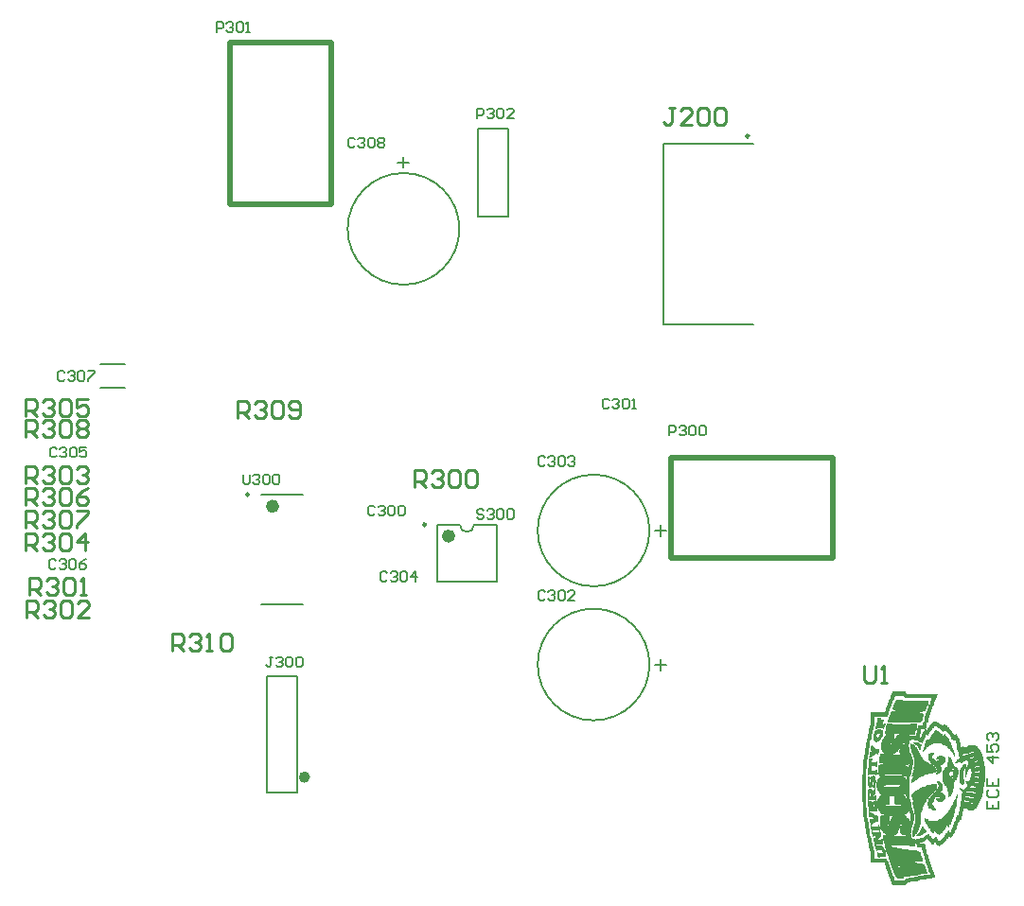
<source format=gto>
G04*
G04 #@! TF.GenerationSoftware,Altium Limited,Altium Designer,23.7.1 (13)*
G04*
G04 Layer_Color=65535*
%FSLAX44Y44*%
%MOMM*%
G71*
G04*
G04 #@! TF.SameCoordinates,9BDE129D-A6D9-4E47-A380-7317F5008C5C*
G04*
G04*
G04 #@! TF.FilePolarity,Positive*
G04*
G01*
G75*
%ADD10C,0.2500*%
%ADD11C,0.2000*%
%ADD12C,0.6000*%
%ADD13C,0.5080*%
%ADD14C,0.0508*%
%ADD15C,0.5000*%
%ADD16C,0.1524*%
%ADD17C,0.1778*%
%ADD18C,0.1500*%
%ADD19C,0.2540*%
D10*
X919030Y913205D02*
G03*
X919030Y913205I-1250J0D01*
G01*
X471750Y592250D02*
G03*
X471750Y592250I-1250J0D01*
G01*
X629900Y565200D02*
G03*
X629900Y565200I-1250J0D01*
G01*
D11*
X830000Y440000D02*
G03*
X830000Y440000I-50000J0D01*
G01*
Y560000D02*
G03*
X830000Y560000I-50000J0D01*
G01*
X660000Y830000D02*
G03*
X660000Y830000I-50000J0D01*
G01*
X660400Y565000D02*
G03*
X673100Y565000I6350J0D01*
G01*
X842215Y744915D02*
Y906205D01*
X923180D01*
X842215Y744915D02*
X923180D01*
X338770Y709250D02*
X360770D01*
X338770Y687750D02*
X360770D01*
X676550Y840800D02*
Y920000D01*
X703450D01*
Y840800D02*
Y920000D01*
X676550Y840800D02*
X703450D01*
X482750Y591750D02*
X519750D01*
X482750Y493750D02*
X519750D01*
X640250Y514000D02*
Y565000D01*
X693250Y514000D02*
Y565000D01*
X640250D02*
X660400D01*
X673100D02*
X693250D01*
X640250Y514000D02*
X693250D01*
D12*
X495750Y581750D02*
G03*
X495750Y581750I-3000J0D01*
G01*
X653250Y555000D02*
G03*
X653250Y555000I-3000J0D01*
G01*
D13*
X523856Y339200D02*
G03*
X523856Y339200I-2540J0D01*
G01*
D14*
X1025995Y319065D02*
Y328717D01*
X1115911Y347513D02*
Y356656D01*
X1026503Y319065D02*
Y328717D01*
X1090003Y317540D02*
Y325160D01*
X1033107Y308904D02*
Y309921D01*
X1029043Y319065D02*
Y328209D01*
X1116927Y347513D02*
Y355640D01*
X1126579Y322113D02*
Y360213D01*
X1025487Y313477D02*
Y317540D01*
X1115403Y347513D02*
Y356656D01*
X1117435Y347005D02*
Y355640D01*
X1116419Y348529D02*
Y356148D01*
X1027519Y319065D02*
Y322113D01*
X1028027Y312969D02*
Y317033D01*
Y319065D02*
Y328717D01*
X1066635Y308396D02*
Y309412D01*
X1027519Y316017D02*
Y317540D01*
X1025487Y318556D02*
Y328209D01*
X1028535Y319065D02*
Y328209D01*
X1027519Y325160D02*
Y328717D01*
X1027011Y325668D02*
Y328717D01*
X1049363Y316017D02*
Y330748D01*
X1085431Y310429D02*
Y310937D01*
X1027011Y319065D02*
Y322113D01*
X1030567Y315000D02*
Y317540D01*
X1041743Y315000D02*
Y330748D01*
X1043775Y315000D02*
Y322113D01*
X1024979Y319065D02*
Y327192D01*
X1042251Y315000D02*
Y330748D01*
X1029551Y319065D02*
Y326684D01*
X1034123Y311952D02*
Y319065D01*
X1030059D02*
Y322113D01*
X1043267Y323129D02*
Y330748D01*
X1043775Y323129D02*
Y330748D01*
X1043267Y315000D02*
Y322113D01*
X1044791Y323129D02*
Y330748D01*
X1045299Y323129D02*
Y330748D01*
X1051903Y315000D02*
Y330748D01*
X1031583Y319065D02*
Y323129D01*
X1030567Y319065D02*
Y322113D01*
X1052411Y315000D02*
Y330748D01*
X1052919Y315000D02*
Y330748D01*
X1044283Y315000D02*
Y318048D01*
X1046823Y323129D02*
Y330748D01*
X1047331Y323129D02*
Y330748D01*
X1064603Y321604D02*
Y323637D01*
X1065111Y315000D02*
Y317033D01*
X1040727Y315000D02*
Y330748D01*
X1041235Y315000D02*
Y330748D01*
X1053427Y315000D02*
Y331256D01*
X1031075Y324652D02*
Y328209D01*
X1045807Y323129D02*
Y330748D01*
X1046315Y323129D02*
Y330748D01*
X1033615Y312969D02*
Y318048D01*
X1040219Y314492D02*
Y330748D01*
X1065111Y319065D02*
Y324145D01*
X1065619Y313477D02*
Y317033D01*
X1044283Y323129D02*
Y330748D01*
X1030059Y323637D02*
Y327192D01*
X1047839Y323129D02*
Y330748D01*
X1048347Y323129D02*
Y330748D01*
X1030059Y316525D02*
Y317540D01*
X1051395Y315000D02*
Y330748D01*
X1066127Y311952D02*
Y325160D01*
X1031075Y319065D02*
Y322113D01*
X1032091Y318556D02*
Y322621D01*
X1048855Y316525D02*
Y330748D01*
X1024979Y316525D02*
Y317540D01*
X1031583Y324652D02*
Y328717D01*
X1042759Y315000D02*
Y330748D01*
X1065619Y318048D02*
Y324652D01*
X1030567Y324145D02*
Y327701D01*
X1122007Y325668D02*
Y328717D01*
X1121499Y311952D02*
Y324145D01*
Y325668D02*
Y329225D01*
X1122007Y312969D02*
Y324652D01*
X1122515Y313477D02*
Y328717D01*
X1092543Y318556D02*
Y324145D01*
X1092035Y318556D02*
Y324652D01*
X1123023Y313985D02*
Y329225D01*
X1093051Y319065D02*
Y323637D01*
X1091527Y318048D02*
Y325160D01*
X1090511Y317540D02*
Y325160D01*
X1091019Y318048D02*
Y325160D01*
X1104735Y321096D02*
Y323637D01*
X1104227Y317033D02*
Y322113D01*
X1103719Y313477D02*
Y320080D01*
X1103211Y311952D02*
Y319573D01*
X1093559Y320080D02*
Y323129D01*
X1073747Y311952D02*
Y330241D01*
X1074763Y313985D02*
Y330241D01*
X1118451Y322113D02*
Y325160D01*
Y317033D02*
Y320080D01*
X1119975Y321604D02*
Y324145D01*
X1074255Y313477D02*
Y330241D01*
X1075271Y315508D02*
Y330748D01*
X1118959Y316525D02*
Y320080D01*
X1119467Y321604D02*
Y324652D01*
X1118959Y322113D02*
Y324652D01*
X1117943Y322113D02*
Y325160D01*
X1117435Y317540D02*
Y320588D01*
X1117943Y317033D02*
Y320588D01*
X1117435Y322113D02*
Y325160D01*
X1116927Y322113D02*
Y325160D01*
Y318048D02*
Y320588D01*
X1116419Y322621D02*
Y325160D01*
Y318048D02*
Y320588D01*
X1115911Y322621D02*
Y325668D01*
Y318048D02*
Y320588D01*
X1115403Y322621D02*
Y325668D01*
Y318556D02*
Y321096D01*
X1114895Y322621D02*
Y325668D01*
Y318556D02*
Y321096D01*
X1114387Y323129D02*
Y325668D01*
Y318556D02*
Y321096D01*
X1113879Y323129D02*
Y325668D01*
Y318556D02*
Y321096D01*
X1113371Y323129D02*
Y325668D01*
Y318556D02*
Y321096D01*
X1112863Y323129D02*
Y325668D01*
Y318556D02*
Y321096D01*
X1112355Y323129D02*
Y328717D01*
Y318556D02*
Y321096D01*
X1111847Y323129D02*
Y328717D01*
Y319065D02*
Y321096D01*
X1111339Y319065D02*
Y328717D01*
X1066635Y347513D02*
Y350052D01*
X1066127Y347513D02*
Y348529D01*
X1061047Y347513D02*
Y348021D01*
X1102195Y347005D02*
Y349036D01*
X1101687Y347005D02*
Y349036D01*
X1101179Y347005D02*
Y350560D01*
X1112355Y348529D02*
Y350560D01*
X1111847Y348529D02*
Y350560D01*
X1111339Y347513D02*
Y350560D01*
X1062063Y308904D02*
Y323637D01*
X1061555Y310937D02*
Y347513D01*
X1061047Y310429D02*
Y347005D01*
X1060539Y308396D02*
Y348021D01*
X1060031Y307381D02*
Y349036D01*
X1054443Y315000D02*
Y340401D01*
X1112863Y311444D02*
Y317033D01*
X1053935Y315000D02*
Y331764D01*
X1113879Y310937D02*
Y317033D01*
X1082383Y310937D02*
Y323129D01*
X1113371Y311444D02*
Y317033D01*
X1081875Y310937D02*
Y322621D01*
X1114895Y310429D02*
Y316525D01*
X1080859Y311444D02*
Y321604D01*
X1115403Y310429D02*
Y316525D01*
X1111339Y311444D02*
Y317033D01*
X1079335Y321604D02*
Y331764D01*
X1117435Y310429D02*
Y315508D01*
X1023455Y347513D02*
Y368848D01*
X1116927Y310429D02*
Y316017D01*
X1038187Y323637D02*
Y340401D01*
X1083399Y310429D02*
Y313477D01*
X1037679Y323637D02*
Y340401D01*
X1028535Y308904D02*
Y317033D01*
X1082891Y310429D02*
Y313985D01*
X1037171Y323637D02*
Y339893D01*
X1110831Y311444D02*
Y328209D01*
X1102703Y309921D02*
Y318556D01*
X1036663Y324145D02*
Y339893D01*
X1029043Y308904D02*
Y317033D01*
X1102195Y307381D02*
Y317033D01*
X1036155Y324652D02*
Y339384D01*
X1078827Y320588D02*
Y331764D01*
X1031583Y308904D02*
Y317540D01*
X1035647Y325668D02*
Y338876D01*
X1078319Y320080D02*
Y331764D01*
X1031075Y308904D02*
Y317540D01*
X1035139Y325668D02*
Y338876D01*
X1077811Y320080D02*
Y331764D01*
X1030567Y308904D02*
Y311952D01*
X1064603Y347513D02*
Y357164D01*
X1073239Y309921D02*
Y329733D01*
X1030059Y308904D02*
Y312460D01*
X1059523Y323129D02*
Y337352D01*
X1072731Y308396D02*
Y329733D01*
X1029551Y308904D02*
Y317033D01*
X1059015Y325160D02*
Y337352D01*
X1109815Y308904D02*
Y328209D01*
X1062571Y307381D02*
Y319065D01*
X1058507Y324652D02*
Y338368D01*
X1126071Y320588D02*
Y361736D01*
X1084923Y310429D02*
Y311444D01*
X1057999Y324145D02*
Y338876D01*
X1125055Y318556D02*
Y343956D01*
X1084415Y310429D02*
Y311444D01*
X1057491Y324145D02*
Y338876D01*
X1124547Y317033D02*
Y338876D01*
X1083907Y310429D02*
Y312460D01*
X1056983Y323637D02*
Y339893D01*
X1124039Y316525D02*
Y338876D01*
X1119975Y310937D02*
Y320080D01*
X1056475Y323637D02*
Y339893D01*
X1123531Y315508D02*
Y333797D01*
X1119467Y310429D02*
Y320080D01*
X1089495Y325668D02*
Y334813D01*
X1114387Y310937D02*
Y317033D01*
X1117943Y310429D02*
Y315508D01*
X1026503Y308904D02*
Y317540D01*
X1027011Y308904D02*
Y317540D01*
X1027519Y308904D02*
Y313985D01*
X1028027Y308904D02*
Y311952D01*
X1088987Y325160D02*
Y334813D01*
X1088479Y324652D02*
Y335321D01*
X1086955Y347513D02*
Y352593D01*
X1086447Y347513D02*
Y352593D01*
X1085939Y348529D02*
Y353609D01*
X1083399Y325668D02*
Y332780D01*
X1035139Y309412D02*
Y322113D01*
X1115911Y310429D02*
Y316525D01*
X1082891Y325668D02*
Y332780D01*
X1120991Y311444D02*
Y324145D01*
X1118959Y310429D02*
Y316017D01*
X1100163Y347005D02*
Y353609D01*
X1066635Y311444D02*
Y325668D01*
X1067143Y310429D02*
Y326176D01*
X1081367Y311444D02*
Y322113D01*
X1120483Y311444D02*
Y324145D01*
X1100671Y347005D02*
Y352593D01*
X1079843Y322113D02*
Y332272D01*
X1080351Y323129D02*
Y332272D01*
X1080859Y323637D02*
Y332272D01*
X1081367Y324145D02*
Y332272D01*
X1081875Y324145D02*
Y332272D01*
X1082383Y325160D02*
Y332780D01*
X1035647Y308904D02*
Y322113D01*
X1036155Y307889D02*
Y323129D01*
X1020407Y317540D02*
Y341417D01*
X1116419Y310429D02*
Y316525D01*
X1020915Y309921D02*
Y349036D01*
X1118451Y310429D02*
Y315508D01*
X1110323Y311444D02*
Y328209D01*
X1032091Y308904D02*
Y317540D01*
X1125563Y320080D02*
Y362244D01*
X1032599Y308904D02*
Y317540D01*
X1034631Y310429D02*
Y320588D01*
X1025995Y308396D02*
Y317540D01*
X1111847Y311444D02*
Y317033D01*
X1112355Y311444D02*
Y317033D01*
X1089495Y317540D02*
Y325160D01*
X1087971Y324145D02*
Y330748D01*
X1088479Y321604D02*
Y323637D01*
X1086955Y319065D02*
Y320588D01*
X1087463Y322113D02*
Y323129D01*
Y323637D02*
Y328717D01*
X1076287Y318048D02*
Y330748D01*
X1086955Y323129D02*
Y328209D01*
X1088987Y318048D02*
Y320588D01*
X1049871Y315000D02*
Y330748D01*
X1088987Y321604D02*
Y324145D01*
X1050379Y315000D02*
Y330748D01*
X1088479Y318048D02*
Y320588D01*
X1086447Y323129D02*
Y327701D01*
X1087971Y318048D02*
Y320588D01*
Y321604D02*
Y323637D01*
X1086447Y319573D02*
Y320588D01*
X1075779Y316525D02*
Y330748D01*
X1087463Y318556D02*
Y320588D01*
X1085939Y322113D02*
Y326684D01*
X1085431Y321604D02*
Y326176D01*
X1050887Y315000D02*
Y330748D01*
X1076795Y318048D02*
Y331256D01*
X1079335Y312969D02*
Y319065D01*
X1077303D02*
Y331256D01*
X1078827Y313985D02*
Y316525D01*
X1079843Y311952D02*
Y320080D01*
X1080351Y311952D02*
Y320588D01*
X1082891Y316525D02*
Y323637D01*
X1083399Y318048D02*
Y323637D01*
X1083907Y319065D02*
Y324145D01*
X1084415Y320080D02*
Y325160D01*
X1084923Y321604D02*
Y325668D01*
X1127595D02*
Y357673D01*
X1099655Y324145D02*
Y338876D01*
X1127087Y324145D02*
Y358689D01*
X1097623Y322113D02*
Y357164D01*
X1099147Y323637D02*
Y338876D01*
X1100163Y325160D02*
Y338368D01*
X1098639Y322621D02*
Y339893D01*
X1098131Y322621D02*
Y340401D01*
X1021931Y299760D02*
Y359197D01*
X1021423Y303825D02*
Y355132D01*
X1022439Y297220D02*
Y361736D01*
X1069683Y291632D02*
Y327701D01*
X1036663Y307381D02*
Y323129D01*
X1037171Y306873D02*
Y323129D01*
X1039203Y306364D02*
Y340401D01*
X1039711Y305856D02*
Y330748D01*
X1038695Y306364D02*
Y340401D01*
X1037679Y306873D02*
Y323129D01*
X1022947Y293664D02*
Y322621D01*
X1038187Y306364D02*
Y323129D01*
X1063587Y251500D02*
Y273853D01*
X1063079Y305856D02*
Y317033D01*
Y290109D02*
Y301793D01*
Y251500D02*
Y273853D01*
X1062571Y277917D02*
Y299760D01*
Y250993D02*
Y273853D01*
X1062063Y278424D02*
Y300268D01*
Y250993D02*
Y273853D01*
X1061555Y278424D02*
Y301285D01*
Y250993D02*
Y273853D01*
X1061047Y278424D02*
Y301285D01*
Y250993D02*
Y274361D01*
X1060539Y278424D02*
Y302300D01*
Y250993D02*
Y274361D01*
X1060031Y288076D02*
Y302808D01*
Y250993D02*
Y274361D01*
X1059523Y306873D02*
Y320588D01*
Y288076D02*
Y303316D01*
Y250993D02*
Y274361D01*
X1059015Y306873D02*
Y320588D01*
Y288076D02*
Y303825D01*
Y250485D02*
Y274869D01*
X1058507Y288076D02*
Y303825D01*
Y250485D02*
Y274869D01*
X1057999Y288076D02*
Y304841D01*
Y259629D02*
Y274869D01*
Y250485D02*
Y259121D01*
X1057491Y288076D02*
Y304841D01*
Y250485D02*
Y274869D01*
X1056983Y288076D02*
Y296712D01*
Y259629D02*
Y274869D01*
Y249977D02*
Y259121D01*
Y305856D02*
Y323129D01*
X1056475Y297220D02*
Y323129D01*
X1061555Y389169D02*
Y407457D01*
X1108799Y304841D02*
Y322621D01*
X1109307Y306364D02*
Y324145D01*
X1071715Y297220D02*
Y328717D01*
X1055967Y297220D02*
Y340401D01*
X1055459Y297729D02*
Y340401D01*
X1070699Y294681D02*
Y328717D01*
X1070191Y292649D02*
Y328209D01*
X1054951Y297220D02*
Y340401D01*
X1064603Y389169D02*
Y407457D01*
X1064095Y389169D02*
Y407457D01*
X1057999Y306364D02*
Y322113D01*
X1057491Y305856D02*
Y322621D01*
X1065619Y389169D02*
Y407457D01*
X1065111Y389169D02*
Y407457D01*
X1058507Y306364D02*
Y321604D01*
X1071207Y296204D02*
Y328717D01*
X1063587Y389169D02*
Y407457D01*
X1063079Y389169D02*
Y407457D01*
X1062571Y389169D02*
Y407457D01*
X1062063Y389169D02*
Y407457D01*
X1072223Y300777D02*
Y329225D01*
X1095083Y296204D02*
Y305856D01*
X1094575Y295189D02*
Y305348D01*
X1094067Y294172D02*
Y304841D01*
X1093559Y293157D02*
Y303825D01*
X1093051Y292649D02*
Y303825D01*
X1092543Y291632D02*
Y303316D01*
X1019899Y329225D02*
Y330241D01*
X1112355Y340909D02*
Y345480D01*
X1110831Y345989D02*
Y350560D01*
Y333797D02*
Y336844D01*
X1028535Y363769D02*
Y367832D01*
Y358181D02*
Y361736D01*
Y355132D02*
Y356148D01*
X1028027Y363769D02*
Y366816D01*
Y357673D02*
Y361736D01*
X1027519Y357164D02*
Y361736D01*
X1027011Y357164D02*
Y361736D01*
X1109307Y326684D02*
Y328717D01*
X1108799Y327192D02*
Y328717D01*
X1108291Y327701D02*
Y328717D01*
X1107783D02*
Y329225D01*
X1101179D02*
Y329733D01*
X1120991Y326176D02*
Y329733D01*
X1120483Y326176D02*
Y329733D01*
X1119975Y326176D02*
Y329733D01*
X1119467Y326684D02*
Y329733D01*
X1118959Y326684D02*
Y329733D01*
X1118451Y326684D02*
Y329733D01*
X1117943Y326684D02*
Y329733D01*
X1117435Y326684D02*
Y329733D01*
X1116927Y327192D02*
Y329733D01*
X1116419Y327192D02*
Y329733D01*
X1093559Y281980D02*
Y286045D01*
X1093051Y281472D02*
Y285536D01*
X1092543Y280965D02*
Y285028D01*
X1092035Y280457D02*
Y284520D01*
X1091527Y279949D02*
Y284013D01*
X1091019Y279440D02*
Y283505D01*
X1090511Y279440D02*
Y282997D01*
X1028535Y303825D02*
Y306873D01*
Y297729D02*
Y301793D01*
Y291632D02*
Y295189D01*
X1028027Y303825D02*
Y306873D01*
Y297220D02*
Y301285D01*
Y293157D02*
Y296204D01*
X1027519Y304333D02*
Y307381D01*
Y297220D02*
Y301285D01*
X1027011Y304333D02*
Y307381D01*
Y298745D02*
Y301285D01*
X1026503Y304333D02*
Y307889D01*
X1044791Y297220D02*
Y299760D01*
X1044283Y297220D02*
Y303825D01*
X1043775Y297220D02*
Y303825D01*
X1043267Y297220D02*
Y304841D01*
X1042759Y297220D02*
Y304841D01*
X1042251Y296712D02*
Y304841D01*
X1037679Y291632D02*
Y304841D01*
X1037171Y292141D02*
Y304841D01*
X1036663Y293157D02*
Y304333D01*
X1036155Y295189D02*
Y302808D01*
X1035647Y291632D02*
Y293157D01*
X1035139Y291632D02*
Y294681D01*
X1034631Y292141D02*
Y296204D01*
X1034123Y300268D02*
Y302300D01*
Y292141D02*
Y295189D01*
X1033615Y300268D02*
Y304333D01*
Y292141D02*
Y295189D01*
X1033107Y300268D02*
Y304333D01*
Y292141D02*
Y295189D01*
X1032599Y299760D02*
Y304841D01*
Y292141D02*
Y295189D01*
X1032091Y299760D02*
Y304841D01*
Y292141D02*
Y295189D01*
X1031583Y299760D02*
Y304841D01*
Y292141D02*
Y295189D01*
X1031075Y298745D02*
Y305348D01*
Y292141D02*
Y295189D01*
X1030567Y298745D02*
Y305348D01*
Y292141D02*
Y295189D01*
X1030059Y303316D02*
Y305856D01*
Y298745D02*
Y302300D01*
Y292141D02*
Y295189D01*
X1029551Y303316D02*
Y306364D01*
Y298237D02*
Y301793D01*
Y292141D02*
Y295189D01*
X1067143Y306873D02*
Y309921D01*
X1065619Y300777D02*
Y306873D01*
X1065111Y297729D02*
Y309412D01*
X1064603Y295189D02*
Y310937D01*
X1056983Y297220D02*
Y304841D01*
X1053935Y291632D02*
Y295697D01*
X1053427Y294681D02*
Y295697D01*
X1084415Y291632D02*
Y299760D01*
X1081875Y291632D02*
Y300268D01*
X1081367Y291632D02*
Y300268D01*
X1080859Y292649D02*
Y300268D01*
X1080351Y293664D02*
Y300268D01*
X1079843Y293664D02*
Y300268D01*
X1079335Y294681D02*
Y300268D01*
X1078827Y295697D02*
Y300777D01*
X1078319Y296712D02*
Y301285D01*
X1077811Y297220D02*
Y301285D01*
X1077303Y298237D02*
Y301285D01*
X1076795Y299252D02*
Y301793D01*
X1076287Y299760D02*
Y301793D01*
X1075779Y301285D02*
Y302300D01*
X1107275Y301793D02*
Y309921D01*
X1106767Y301793D02*
Y308396D01*
X1106259Y300268D02*
Y305348D01*
X1105751Y298745D02*
Y304841D01*
X1105243Y298237D02*
Y305348D01*
X1104735Y296204D02*
Y305348D01*
X1104227Y294681D02*
Y303316D01*
X1103719Y293157D02*
Y301285D01*
X1103211Y292141D02*
Y300268D01*
X1098639Y297220D02*
Y310429D01*
X1098131Y297220D02*
Y309921D01*
X1097623Y296204D02*
Y308904D01*
X1097115Y295189D02*
Y308396D01*
X1096607Y295697D02*
Y307381D01*
X1096099Y296204D02*
Y306873D01*
X1095591Y296204D02*
Y306364D01*
X1035647Y268265D02*
Y271313D01*
X1036155Y268265D02*
Y271313D01*
X1036663Y268265D02*
Y271313D01*
X1037171Y268265D02*
Y271313D01*
X1037679Y268265D02*
Y271313D01*
X1038187Y268265D02*
Y271313D01*
Y291124D02*
Y304841D01*
X1038695Y268265D02*
Y276392D01*
Y290109D02*
Y304841D01*
X1039203Y268265D02*
Y275884D01*
Y290109D02*
Y304841D01*
X1039711Y268265D02*
Y274869D01*
Y289601D02*
Y304841D01*
X1040219Y268773D02*
Y273344D01*
Y289093D02*
Y304841D01*
Y305348D02*
Y313477D01*
X1040727Y268773D02*
Y272836D01*
Y288584D02*
Y304841D01*
Y305348D02*
Y313477D01*
X1041235Y288584D02*
Y304841D01*
Y305348D02*
Y313477D01*
X1041743Y288076D02*
Y304841D01*
Y305348D02*
Y313477D01*
X1042251Y270805D02*
Y277409D01*
Y288076D02*
Y296204D01*
Y305348D02*
Y313477D01*
X1042759Y269788D02*
Y277409D01*
Y288076D02*
Y295697D01*
Y305348D02*
Y313477D01*
X1043267Y269788D02*
Y277409D01*
Y288076D02*
Y295697D01*
Y305348D02*
Y313477D01*
X1043775Y268773D02*
Y277409D01*
Y287568D02*
Y295697D01*
Y305348D02*
Y313477D01*
X1044283Y268773D02*
Y277409D01*
Y287568D02*
Y296204D01*
Y305348D02*
Y313477D01*
X1044791Y249468D02*
Y258104D01*
Y268773D02*
Y277409D01*
Y287568D02*
Y296712D01*
Y305348D02*
Y313477D01*
X1045299Y247945D02*
Y256073D01*
Y268773D02*
Y277409D01*
Y287568D02*
Y298745D01*
Y305348D02*
Y313477D01*
X1045807Y246420D02*
Y254548D01*
Y268773D02*
Y276901D01*
Y287568D02*
Y301793D01*
Y305348D02*
Y313477D01*
X1046315Y245912D02*
Y253533D01*
Y268773D02*
Y276901D01*
Y287568D02*
Y302300D01*
Y305348D02*
Y313477D01*
X1046823Y244389D02*
Y252008D01*
Y268773D02*
Y276901D01*
Y287568D02*
Y303316D01*
Y305348D02*
Y313477D01*
X1047331Y243372D02*
Y250485D01*
Y268773D02*
Y276392D01*
Y287568D02*
Y304333D01*
Y305348D02*
Y313477D01*
X1047839Y268773D02*
Y276392D01*
Y287568D02*
Y304841D01*
Y305348D02*
Y313477D01*
X1048347Y268773D02*
Y276392D01*
Y288076D02*
Y304841D01*
Y305348D02*
Y313477D01*
X1048855Y268773D02*
Y276392D01*
Y288076D02*
Y304841D01*
Y305348D02*
Y313477D01*
X1023455Y290109D02*
Y311444D01*
X1023963Y288584D02*
Y308396D01*
X1024471Y285536D02*
Y302808D01*
X1024979Y283505D02*
Y298745D01*
X1025487Y281472D02*
Y296712D01*
X1025995Y279440D02*
Y293157D01*
X1028027Y263185D02*
Y282488D01*
X1028535Y263185D02*
Y280457D01*
X1069683Y411012D02*
Y413553D01*
X1049363Y412537D02*
Y415584D01*
X1069683Y338368D02*
Y363769D01*
Y372405D02*
Y382565D01*
Y388661D02*
Y396788D01*
X1090003Y326684D02*
Y334305D01*
Y351068D02*
Y358689D01*
Y369865D02*
Y378501D01*
X1029043Y331256D02*
Y339893D01*
Y349544D02*
Y352593D01*
Y379516D02*
Y397296D01*
X1049363Y341925D02*
Y359197D01*
Y361228D02*
Y373928D01*
Y388661D02*
Y398312D01*
X1069683Y264200D02*
Y272836D01*
X1090003Y289093D02*
Y301793D01*
X1029043Y263185D02*
Y279440D01*
X1049363Y269280D02*
Y275884D01*
X1055967Y389169D02*
Y407457D01*
X1055459Y389169D02*
Y407965D01*
X1054951Y389169D02*
Y407965D01*
X1049363Y288076D02*
Y313477D01*
X1056475Y389169D02*
Y407457D01*
X1056983Y389169D02*
Y407457D01*
X1061047Y389169D02*
Y407457D01*
X1060539Y389169D02*
Y407457D01*
X1057999Y389169D02*
Y407457D01*
X1059523Y389169D02*
Y407457D01*
X1057491Y389169D02*
Y407457D01*
X1060031Y389169D02*
Y407457D01*
X1059015Y389169D02*
Y407457D01*
X1058507Y389169D02*
Y407457D01*
X1035139Y267757D02*
Y271313D01*
X1034631Y267757D02*
Y271313D01*
X1034123Y268773D02*
Y271821D01*
X1033615Y269788D02*
Y271821D01*
X1030567Y263185D02*
Y272836D01*
X1030059Y263185D02*
Y273853D01*
X1029551Y263185D02*
Y276901D01*
X1069175Y264200D02*
Y272836D01*
X1068667Y264200D02*
Y273344D01*
X1068159Y264200D02*
Y273344D01*
X1067651Y288584D02*
Y302300D01*
Y264200D02*
Y273344D01*
X1067143Y288076D02*
Y297729D01*
Y263692D02*
Y273344D01*
X1066635Y287061D02*
Y295697D01*
Y263692D02*
Y273344D01*
X1066127Y287061D02*
Y294681D01*
Y263692D02*
Y273344D01*
X1065619Y286553D02*
Y293157D01*
Y263692D02*
Y273344D01*
X1065111Y286553D02*
Y291124D01*
Y263692D02*
Y273344D01*
X1064603Y263692D02*
Y273853D01*
X1064095Y294681D02*
Y311952D01*
Y263692D02*
Y273853D01*
X1063587Y292649D02*
Y314492D01*
X1082891Y351068D02*
Y356148D01*
X1082383Y369356D02*
Y376977D01*
Y351576D02*
Y357164D01*
X1081875Y369356D02*
Y375452D01*
Y352085D02*
Y360720D01*
X1081367Y368848D02*
Y375452D01*
X1080859Y368848D02*
Y373928D01*
X1080351Y368340D02*
Y373420D01*
X1079843Y368340D02*
Y372405D01*
X1078827Y391200D02*
Y400345D01*
Y367324D02*
Y372405D01*
Y342433D02*
Y352085D01*
X1078319Y389169D02*
Y398820D01*
Y366816D02*
Y372912D01*
Y342433D02*
Y352085D01*
X1077811Y388661D02*
Y397804D01*
Y366816D02*
Y372912D01*
Y342433D02*
Y352085D01*
X1077303Y386120D02*
Y396281D01*
Y341925D02*
Y352593D01*
X1076795Y384089D02*
Y394249D01*
Y341925D02*
Y353101D01*
X1076287Y383073D02*
Y393741D01*
Y341925D02*
Y353609D01*
X1075779Y341925D02*
Y353609D01*
X1075271Y341417D02*
Y354117D01*
X1074763Y372405D02*
Y379516D01*
Y340909D02*
Y355132D01*
X1074255Y371897D02*
Y379008D01*
Y340909D02*
Y355132D01*
X1073747Y392724D02*
Y396788D01*
Y370373D02*
Y377485D01*
Y340909D02*
Y355640D01*
X1073239Y390692D02*
Y396788D01*
Y370373D02*
Y375961D01*
Y340401D02*
Y356656D01*
X1072731Y389677D02*
Y396788D01*
Y370881D02*
Y375452D01*
Y340401D02*
Y357164D01*
X1072223Y388661D02*
Y396788D01*
Y370881D02*
Y373928D01*
Y339893D02*
Y358181D01*
X1071715Y388661D02*
Y396788D01*
Y371389D02*
Y374436D01*
Y339893D02*
Y359197D01*
X1071207Y388661D02*
Y396788D01*
Y371389D02*
Y374436D01*
Y339893D02*
Y359705D01*
X1070699Y388661D02*
Y396788D01*
Y371897D02*
Y374436D01*
Y339384D02*
Y361228D01*
X1070191Y388661D02*
Y396788D01*
Y371897D02*
Y385104D01*
Y338876D02*
Y362752D01*
X1106259Y360720D02*
Y373420D01*
X1105751Y362752D02*
Y374436D01*
X1105243Y364277D02*
Y374944D01*
X1104735Y367832D02*
Y375961D01*
X1104227Y370373D02*
Y376977D01*
X1103719Y372405D02*
Y377485D01*
Y352085D02*
Y352593D01*
X1103211Y352085D02*
Y352593D01*
X1101687Y372405D02*
Y376977D01*
X1101179Y372405D02*
Y377993D01*
Y330241D02*
Y338368D01*
X1100671Y326176D02*
Y338368D01*
X1099655Y346497D02*
Y355132D01*
X1099147Y345989D02*
Y355640D01*
X1098639Y344972D02*
Y356656D01*
X1098131Y343956D02*
Y356656D01*
X1097115Y365801D02*
Y373420D01*
Y327192D02*
Y352085D01*
X1096607Y366309D02*
Y373420D01*
Y327192D02*
Y352085D01*
X1096099Y366816D02*
Y374436D01*
Y327192D02*
Y350052D01*
X1095591Y367324D02*
Y375452D01*
Y330748D02*
Y348529D01*
X1095083Y367324D02*
Y375961D01*
Y331764D02*
Y348021D01*
X1094575Y367832D02*
Y376469D01*
X1094067Y368340D02*
Y377485D01*
X1093559Y368340D02*
Y377485D01*
X1093051Y368848D02*
Y376977D01*
X1092543Y368848D02*
Y376469D01*
Y352085D02*
Y357673D01*
X1092035Y369356D02*
Y375961D01*
Y351576D02*
Y357673D01*
X1091527Y369356D02*
Y376469D01*
Y351576D02*
Y358181D01*
Y329225D02*
Y332272D01*
X1091019Y369356D02*
Y377485D01*
Y351068D02*
Y358689D01*
Y328209D02*
Y333288D01*
X1090511Y369865D02*
Y377993D01*
Y351068D02*
Y358689D01*
Y327192D02*
Y333797D01*
X1128611Y331256D02*
Y353609D01*
X1128103Y328209D02*
Y356148D01*
X1125055Y344972D02*
Y363260D01*
X1124547Y350052D02*
Y364277D01*
X1124039Y350052D02*
Y364277D01*
X1123531Y350052D02*
Y365293D01*
X1123023Y350052D02*
Y353101D01*
Y330241D02*
Y333797D01*
X1122515Y349544D02*
Y352593D01*
Y330748D02*
Y333797D01*
X1122007Y349544D02*
Y352593D01*
Y330748D02*
Y333797D01*
X1121499Y349544D02*
Y352593D01*
Y330748D02*
Y333797D01*
X1120991Y349036D02*
Y352085D01*
Y331256D02*
Y333797D01*
X1120483Y349036D02*
Y352085D01*
Y331256D02*
Y334305D01*
X1119975Y349036D02*
Y352085D01*
Y331256D02*
Y334305D01*
X1119467Y335829D02*
Y352085D01*
Y331764D02*
Y334305D01*
X1118959Y335829D02*
Y352085D01*
Y331764D02*
Y334305D01*
X1118451Y335829D02*
Y352593D01*
Y331764D02*
Y334305D01*
X1117943Y344972D02*
Y355640D01*
Y331764D02*
Y334305D01*
X1117435Y331764D02*
Y339893D01*
X1116927Y331764D02*
Y338876D01*
X1116419Y331256D02*
Y337352D01*
X1115911Y327192D02*
Y336337D01*
X1115403Y327192D02*
Y335829D01*
X1114895Y327192D02*
Y335321D01*
X1114387Y327192D02*
Y335321D01*
X1113879Y326684D02*
Y335321D01*
X1048855Y412029D02*
Y415584D01*
X1048347Y410504D02*
Y415584D01*
X1047839Y408980D02*
Y415584D01*
X1047331Y407965D02*
Y415584D01*
X1046823Y406949D02*
Y414568D01*
X1046315Y405424D02*
Y413045D01*
X1069175Y411012D02*
Y413553D01*
X1068667Y411012D02*
Y413553D01*
X1068159Y411012D02*
Y413553D01*
X1067651Y411012D02*
Y413553D01*
X1067143Y411012D02*
Y413553D01*
X1066635Y411012D02*
Y413553D01*
X1066127Y411012D02*
Y413553D01*
X1065619Y411012D02*
Y413553D01*
X1065111Y411012D02*
Y413553D01*
X1064603Y411012D02*
Y413553D01*
X1064095Y411012D02*
Y413553D01*
X1063587Y411012D02*
Y413553D01*
X1063079Y411012D02*
Y413553D01*
X1062571Y411012D02*
Y413553D01*
X1062063Y411012D02*
Y413553D01*
X1061555Y411012D02*
Y413553D01*
X1061047Y411012D02*
Y413553D01*
X1060539Y411012D02*
Y413553D01*
X1060031Y411012D02*
Y413553D01*
X1059523Y411012D02*
Y414061D01*
X1059015Y411012D02*
Y414568D01*
X1058507Y411012D02*
Y415076D01*
X1090003Y278932D02*
Y282488D01*
X1069683Y287061D02*
Y288076D01*
Y276901D02*
Y283505D01*
X1029043Y303825D02*
Y306364D01*
Y297729D02*
Y301793D01*
Y291632D02*
Y295189D01*
X1049363Y332780D02*
Y340909D01*
X1029043Y341925D02*
Y344972D01*
X1110323D02*
Y350052D01*
Y333288D02*
Y338368D01*
X1090003Y344972D02*
Y349036D01*
X1029043Y363769D02*
Y367832D01*
Y358689D02*
Y362244D01*
X1110323Y360720D02*
Y366816D01*
Y354117D02*
Y358689D01*
X1069683Y367324D02*
Y369865D01*
X1049363Y378501D02*
Y386120D01*
X1090003Y382565D02*
Y386120D01*
X1049363Y399837D02*
Y405933D01*
X1069683Y397296D02*
Y407457D01*
X1048855Y243372D02*
Y246929D01*
X1048347Y243372D02*
Y248452D01*
X1047839Y243372D02*
Y249977D01*
X1069175Y246929D02*
Y249977D01*
X1068667Y246929D02*
Y249977D01*
X1068159Y246929D02*
Y249977D01*
X1067651Y246929D02*
Y249977D01*
X1067143Y246929D02*
Y249977D01*
X1066635Y246929D02*
Y249977D01*
X1066127Y246420D02*
Y249468D01*
X1065619Y246420D02*
Y249468D01*
X1065111Y246420D02*
Y249468D01*
X1064603Y246420D02*
Y249468D01*
X1064095Y246420D02*
Y249468D01*
X1063587Y246420D02*
Y249468D01*
X1063079Y246420D02*
Y248960D01*
X1062571Y245912D02*
Y248960D01*
X1062063Y245912D02*
Y248960D01*
X1061555Y245912D02*
Y248452D01*
X1061047Y245912D02*
Y248452D01*
X1060539Y245404D02*
Y248452D01*
X1060031Y244897D02*
Y248452D01*
X1059523Y244389D02*
Y247945D01*
X1059015Y243881D02*
Y247945D01*
X1058507Y243372D02*
Y247437D01*
X1057999Y243372D02*
Y246929D01*
X1057491Y243372D02*
Y246420D01*
X1056983Y243372D02*
Y246420D01*
X1056475Y243372D02*
Y246420D01*
X1055967Y243372D02*
Y246420D01*
X1055459Y243372D02*
Y246420D01*
X1054951Y243372D02*
Y246420D01*
X1054443Y243372D02*
Y246420D01*
X1053935Y243372D02*
Y246420D01*
X1053427Y243372D02*
Y246420D01*
X1052919Y243372D02*
Y246420D01*
X1052411Y243372D02*
Y246420D01*
X1051903Y243372D02*
Y246420D01*
X1051395Y243372D02*
Y246420D01*
X1050887Y243372D02*
Y246420D01*
X1050379Y243372D02*
Y246420D01*
X1049871Y243372D02*
Y246420D01*
X1048855Y260137D02*
Y268265D01*
Y253025D02*
Y259629D01*
X1048347Y260137D02*
Y268265D01*
Y254548D02*
Y259629D01*
X1047839Y260137D02*
Y268265D01*
Y256073D02*
Y259629D01*
X1047331Y260137D02*
Y268265D01*
Y257089D02*
Y259629D01*
X1046823Y260137D02*
Y268265D01*
Y258612D02*
Y259629D01*
X1046315Y260644D02*
Y268265D01*
X1045807Y260644D02*
Y268265D01*
X1045299Y262677D02*
Y268265D01*
X1044791Y263692D02*
Y268265D01*
X1044283Y265725D02*
Y268265D01*
Y250993D02*
Y259629D01*
X1043775Y266740D02*
Y268265D01*
Y252008D02*
Y260644D01*
X1043267Y253533D02*
Y262169D01*
X1042759Y255056D02*
Y263692D01*
X1042251Y256073D02*
Y264708D01*
X1041743Y257596D02*
Y265725D01*
X1041235Y259121D02*
Y265725D01*
X1040727Y261152D02*
Y265725D01*
X1040219Y262169D02*
Y265725D01*
X1039711Y263185D02*
Y265725D01*
X1039203Y263185D02*
Y265725D01*
X1038695Y263185D02*
Y265725D01*
X1038187Y263185D02*
Y265725D01*
X1037679Y263185D02*
Y265725D01*
X1037171Y263185D02*
Y265725D01*
X1036663Y263185D02*
Y265725D01*
X1036155Y263185D02*
Y265725D01*
X1035647Y263185D02*
Y265725D01*
X1035139Y263185D02*
Y265725D01*
X1034631Y263185D02*
Y265725D01*
X1034123Y263185D02*
Y265725D01*
X1033615Y263185D02*
Y265725D01*
X1033107Y263185D02*
Y265725D01*
X1032599Y263185D02*
Y265725D01*
X1032091Y263185D02*
Y265725D01*
X1031583Y263185D02*
Y265725D01*
X1031075Y263185D02*
Y265725D01*
X1069175Y252008D02*
Y262169D01*
X1068667Y252008D02*
Y262169D01*
X1068159Y252008D02*
Y262677D01*
X1067651Y252008D02*
Y262677D01*
X1067143Y252008D02*
Y262677D01*
X1066635Y252008D02*
Y262677D01*
X1066127Y252008D02*
Y262677D01*
X1065619Y251500D02*
Y262677D01*
X1065111Y251500D02*
Y262677D01*
X1064603Y251500D02*
Y262677D01*
X1064095Y251500D02*
Y263185D01*
X1055459Y260137D02*
Y268773D01*
X1054951Y260137D02*
Y268773D01*
X1054443Y260137D02*
Y268773D01*
X1053935Y260137D02*
Y268773D01*
X1053427Y260137D02*
Y268773D01*
X1052919Y260137D02*
Y268265D01*
X1052411Y260137D02*
Y268265D01*
X1051903Y260137D02*
Y268265D01*
X1051395Y260137D02*
Y268265D01*
X1050887Y260137D02*
Y268265D01*
X1050379Y260137D02*
Y268265D01*
X1049871Y260137D02*
Y268265D01*
Y250993D02*
Y259629D01*
X1080859Y253025D02*
Y261152D01*
X1080351Y254548D02*
Y263185D01*
X1079843Y255056D02*
Y263692D01*
X1079335Y256581D02*
Y265725D01*
X1078827Y258612D02*
Y267757D01*
X1078319Y260137D02*
Y269788D01*
X1077811Y261152D02*
Y270296D01*
Y253533D02*
Y254548D01*
X1077303Y253533D02*
Y255564D01*
X1076795Y253533D02*
Y257089D01*
X1076287Y253533D02*
Y258104D01*
X1075779Y253533D02*
Y259629D01*
X1075271Y253025D02*
Y260644D01*
X1074763Y253025D02*
Y261152D01*
X1074255Y253025D02*
Y261152D01*
X1073747Y253025D02*
Y261152D01*
X1073239Y264708D02*
Y266740D01*
Y253025D02*
Y261660D01*
X1072731Y264708D02*
Y268265D01*
Y253025D02*
Y261660D01*
X1072223Y264708D02*
Y269788D01*
Y253025D02*
Y261660D01*
X1071715Y252516D02*
Y261660D01*
X1071207Y252516D02*
Y261660D01*
X1070699Y252516D02*
Y261660D01*
X1070191Y252516D02*
Y261660D01*
X1027519Y272836D02*
Y285028D01*
X1027011Y273853D02*
Y286553D01*
X1026503Y276392D02*
Y290109D01*
X1048855Y278424D02*
Y286553D01*
X1048347Y278424D02*
Y286553D01*
X1047839Y278424D02*
Y286553D01*
X1047331Y278424D02*
Y286553D01*
X1046823Y278424D02*
Y286553D01*
X1046315Y278424D02*
Y286553D01*
X1045807Y277917D02*
Y286553D01*
X1045299Y277917D02*
Y286553D01*
X1044791Y277917D02*
Y286553D01*
X1044283Y277917D02*
Y286553D01*
X1043775Y277917D02*
Y286553D01*
X1043267Y277917D02*
Y287061D01*
X1042759Y277917D02*
Y287061D01*
X1042251Y277917D02*
Y287061D01*
X1041743Y277917D02*
Y287061D01*
Y272836D02*
Y277409D01*
X1041235Y274869D02*
Y287061D01*
X1040727Y278932D02*
Y287061D01*
Y276392D02*
Y277917D01*
X1040219Y278932D02*
Y287061D01*
X1039711Y280457D02*
Y287061D01*
X1039203Y282997D02*
Y287061D01*
X1038695Y284520D02*
Y287061D01*
X1038187Y279949D02*
Y280965D01*
Y272836D02*
Y276901D01*
X1037679Y279949D02*
Y283505D01*
Y273853D02*
Y277409D01*
X1037171Y279949D02*
Y283505D01*
Y274361D02*
Y277917D01*
X1036663Y286553D02*
Y287061D01*
Y279949D02*
Y282997D01*
Y274869D02*
Y277917D01*
X1036155Y286553D02*
Y290109D01*
Y279949D02*
Y282997D01*
Y274869D02*
Y277917D01*
X1035647Y285536D02*
Y290616D01*
Y279949D02*
Y282997D01*
Y274869D02*
Y277917D01*
X1035139Y285536D02*
Y290109D01*
Y279949D02*
Y282997D01*
Y274869D02*
Y277917D01*
X1034631Y284520D02*
Y290109D01*
Y279949D02*
Y282997D01*
Y274869D02*
Y277917D01*
X1034123Y283505D02*
Y290109D01*
Y279949D02*
Y282997D01*
Y274869D02*
Y277917D01*
X1033615Y279949D02*
Y290109D01*
Y274869D02*
Y277917D01*
X1033107Y279949D02*
Y290109D01*
Y273853D02*
Y277917D01*
X1032599Y287061D02*
Y290109D01*
Y279949D02*
Y286553D01*
Y274361D02*
Y277917D01*
X1032091Y287061D02*
Y290109D01*
Y279949D02*
Y286553D01*
Y275376D02*
Y278424D01*
X1031583Y287061D02*
Y290109D01*
Y279949D02*
Y285028D01*
Y277917D02*
Y278424D01*
X1031075Y287061D02*
Y290109D01*
Y279949D02*
Y284520D01*
X1030567Y287061D02*
Y290109D01*
Y281980D02*
Y284520D01*
X1030059Y287061D02*
Y290109D01*
Y283505D02*
Y284520D01*
X1029551Y286553D02*
Y290109D01*
X1069175Y287061D02*
Y288076D01*
Y277409D02*
Y283505D01*
X1068667Y287061D02*
Y287568D01*
Y279949D02*
Y283505D01*
X1068159Y280457D02*
Y282997D01*
X1067651Y280457D02*
Y282997D01*
X1067143Y280457D02*
Y282997D01*
Y277917D02*
Y278424D01*
X1066635Y277917D02*
Y283505D01*
X1066127Y277917D02*
Y283505D01*
X1065619Y277917D02*
Y283505D01*
X1065111Y277917D02*
Y283505D01*
X1064603Y277917D02*
Y284520D01*
X1064095Y277917D02*
Y284520D01*
X1063587Y277917D02*
Y285536D01*
X1063079Y277917D02*
Y288076D01*
X1060031Y278424D02*
Y287061D01*
X1059523Y278424D02*
Y287061D01*
X1059015Y278424D02*
Y287061D01*
X1058507Y278424D02*
Y286553D01*
X1057999Y278424D02*
Y286553D01*
X1057491Y278424D02*
Y286553D01*
X1056983Y278424D02*
Y286553D01*
X1056475Y278424D02*
Y286553D01*
X1055967Y278424D02*
Y286553D01*
X1055459Y278424D02*
Y286553D01*
X1054951Y278424D02*
Y286553D01*
X1054443Y278424D02*
Y286553D01*
X1053935Y278424D02*
Y286553D01*
X1053427Y278424D02*
Y286553D01*
X1052919Y278424D02*
Y286553D01*
X1052411Y278424D02*
Y286553D01*
X1051903Y278424D02*
Y286553D01*
X1051395Y278424D02*
Y286553D01*
X1050887Y278424D02*
Y286553D01*
X1050379Y278424D02*
Y286553D01*
X1049871Y278424D02*
Y286553D01*
X1089495Y278424D02*
Y281980D01*
X1088987Y277917D02*
Y281472D01*
X1088479Y277917D02*
Y281980D01*
X1087971Y278424D02*
Y282488D01*
X1087463Y278932D02*
Y283505D01*
X1086955Y279440D02*
Y284013D01*
X1086447Y279949D02*
Y284520D01*
X1085939Y280457D02*
Y285536D01*
X1085431Y281472D02*
Y285536D01*
X1084923Y281472D02*
Y285028D01*
X1084415Y280965D02*
Y284520D01*
X1083907Y280457D02*
Y284013D01*
X1083399Y279949D02*
Y283505D01*
X1082891Y279949D02*
Y283505D01*
X1082383Y279949D02*
Y284520D01*
X1081875Y280457D02*
Y285028D01*
X1081367Y280965D02*
Y285536D01*
X1080859Y281472D02*
Y286045D01*
X1080351Y281980D02*
Y286553D01*
X1079843Y282997D02*
Y287061D01*
X1079335Y283505D02*
Y288076D01*
X1078827Y284013D02*
Y288076D01*
X1078319Y284520D02*
Y288076D01*
X1077811Y284520D02*
Y287568D01*
X1077303Y283505D02*
Y287061D01*
X1076795Y283505D02*
Y286553D01*
X1076287Y282997D02*
Y286553D01*
X1075779Y282997D02*
Y286045D01*
X1075271Y282488D02*
Y285536D01*
X1074763Y281980D02*
Y285028D01*
Y271821D02*
Y279949D01*
X1074255Y281980D02*
Y285028D01*
Y272836D02*
Y279949D01*
X1073747Y281472D02*
Y285028D01*
Y274869D02*
Y279949D01*
X1073239Y281472D02*
Y284520D01*
Y276901D02*
Y279949D01*
X1072731Y281472D02*
Y284520D01*
Y277409D02*
Y279949D01*
X1072223Y281472D02*
Y284520D01*
Y277409D02*
Y279949D01*
X1071715Y287568D02*
Y290616D01*
Y280965D02*
Y284013D01*
Y277409D02*
Y279949D01*
X1071207Y287568D02*
Y290109D01*
Y277409D02*
Y283505D01*
X1070699Y287061D02*
Y289601D01*
Y277409D02*
Y283505D01*
X1070191Y287061D02*
Y288584D01*
Y277409D02*
Y283505D01*
X1099147Y285536D02*
Y290109D01*
X1098639Y286553D02*
Y290109D01*
X1098131Y286553D02*
Y290109D01*
X1097623Y287061D02*
Y290616D01*
X1096607Y286045D02*
Y290616D01*
X1096099Y285028D02*
Y290109D01*
X1095591Y284520D02*
Y289093D01*
X1095083Y284013D02*
Y288584D01*
X1094575Y282997D02*
Y288076D01*
X1094067Y282488D02*
Y287061D01*
X1056475Y288076D02*
Y296204D01*
Y259629D02*
Y274869D01*
Y249468D02*
Y259121D01*
X1055967Y288076D02*
Y296204D01*
Y259629D02*
Y274869D01*
Y249468D02*
Y259121D01*
X1055459Y288076D02*
Y296204D01*
Y269280D02*
Y274869D01*
Y249468D02*
Y259121D01*
X1054951Y289093D02*
Y295697D01*
Y269280D02*
Y275376D01*
Y249468D02*
Y259121D01*
X1054443Y297220D02*
Y313477D01*
Y289601D02*
Y295697D01*
Y269280D02*
Y275376D01*
Y249468D02*
Y259121D01*
X1053935Y297220D02*
Y313477D01*
Y269280D02*
Y275376D01*
Y249468D02*
Y258612D01*
X1053427Y296712D02*
Y313477D01*
Y269280D02*
Y275376D01*
Y249468D02*
Y258612D01*
X1052919Y293664D02*
Y313477D01*
Y269280D02*
Y275376D01*
Y249468D02*
Y258612D01*
X1052411Y292141D02*
Y313477D01*
Y269280D02*
Y275376D01*
Y249468D02*
Y258612D01*
X1051903Y290616D02*
Y313477D01*
Y269788D02*
Y275376D01*
Y249468D02*
Y259121D01*
X1051395Y289601D02*
Y313477D01*
Y269788D02*
Y275376D01*
Y249468D02*
Y259629D01*
X1050887Y289601D02*
Y313477D01*
Y269788D02*
Y275376D01*
Y249977D02*
Y259629D01*
X1050379Y288584D02*
Y313477D01*
Y269788D02*
Y275884D01*
Y249977D02*
Y259629D01*
X1049871Y288076D02*
Y313477D01*
Y269788D02*
Y275884D01*
X1089495Y288584D02*
Y301285D01*
X1088987Y288076D02*
Y301285D01*
X1088479Y288076D02*
Y300777D01*
X1087971Y288584D02*
Y300777D01*
X1087463Y288584D02*
Y300268D01*
X1086955Y289601D02*
Y300268D01*
X1086447Y289601D02*
Y300268D01*
X1085939Y290109D02*
Y300268D01*
X1085431Y290616D02*
Y300268D01*
X1084923Y291124D02*
Y300268D01*
X1084415Y249977D02*
Y251500D01*
X1083907Y291124D02*
Y299760D01*
Y249977D02*
Y253025D01*
X1083399Y290109D02*
Y299760D01*
Y249977D02*
Y254548D01*
X1082891Y290109D02*
Y299760D01*
Y249977D02*
Y255564D01*
X1113371Y326684D02*
Y330241D01*
X1112863Y326176D02*
Y329733D01*
X1028535Y341925D02*
Y344972D01*
X1028027Y346497D02*
Y347005D01*
Y341925D02*
Y344972D01*
X1027519Y341925D02*
Y344972D01*
Y338368D02*
Y338876D01*
X1027011Y341925D02*
Y344972D01*
Y337860D02*
Y338876D01*
X1026503Y341925D02*
Y344972D01*
X1025995Y341925D02*
Y345480D01*
X1025487Y345989D02*
Y347005D01*
Y341417D02*
Y345480D01*
Y339384D02*
Y339893D01*
X1024979Y345989D02*
Y347005D01*
Y332272D02*
Y337860D01*
X1048855Y332780D02*
Y340909D01*
X1048347Y332780D02*
Y340909D01*
X1047839Y332780D02*
Y340909D01*
X1047331Y332780D02*
Y340909D01*
X1046823Y332780D02*
Y340909D01*
X1046315Y332780D02*
Y340909D01*
X1045807Y332780D02*
Y340909D01*
X1045299Y332780D02*
Y340909D01*
X1044791Y332780D02*
Y340909D01*
X1044283Y332780D02*
Y340909D01*
X1043775Y332780D02*
Y340909D01*
X1043267Y332780D02*
Y340909D01*
X1042759Y332780D02*
Y340909D01*
X1042251Y332780D02*
Y340909D01*
X1041743Y332780D02*
Y340909D01*
X1041235Y332780D02*
Y340909D01*
X1040727Y341925D02*
Y351576D01*
Y332272D02*
Y340909D01*
X1040219Y341925D02*
Y351576D01*
Y332272D02*
Y340909D01*
X1039711Y341417D02*
Y351576D01*
Y332272D02*
Y340909D01*
X1039203D02*
Y351576D01*
X1038695Y340909D02*
Y351068D01*
X1038187Y340909D02*
Y351068D01*
X1037679Y340909D02*
Y350560D01*
X1037171Y340909D02*
Y350560D01*
X1036663Y340909D02*
Y350560D01*
X1036155Y340909D02*
Y350052D01*
X1035647Y340909D02*
Y350052D01*
X1035139Y340909D02*
Y350052D01*
X1034631Y341925D02*
Y349544D01*
X1034123Y341925D02*
Y343448D01*
X1032599D02*
Y345480D01*
Y341925D02*
Y342940D01*
X1032091Y341417D02*
Y345480D01*
Y334305D02*
Y336337D01*
X1031583Y341925D02*
Y344972D01*
X1031075Y341925D02*
Y344972D01*
X1030567Y341925D02*
Y344972D01*
X1030059Y341925D02*
Y344972D01*
X1029551Y341925D02*
Y344972D01*
Y335829D02*
Y340401D01*
X1066635Y336337D02*
Y346497D01*
X1066127Y335829D02*
Y345989D01*
X1065619Y335829D02*
Y344464D01*
X1065111Y340401D02*
Y342940D01*
Y335321D02*
Y338876D01*
X1064603Y340401D02*
Y340909D01*
Y334813D02*
Y336844D01*
X1064095Y334305D02*
Y335321D01*
X1062063Y335829D02*
Y350052D01*
X1059523Y340909D02*
Y349036D01*
X1059015Y340909D02*
Y349036D01*
X1058507Y340909D02*
Y349036D01*
X1057999Y340909D02*
Y349036D01*
X1057491Y340909D02*
Y349036D01*
X1056983Y340909D02*
Y349036D01*
X1056475Y340909D02*
Y349036D01*
X1055967Y340909D02*
Y349036D01*
X1055459Y341417D02*
Y348529D01*
X1054951Y341925D02*
Y348529D01*
X1054443Y341925D02*
Y348529D01*
X1053935Y341925D02*
Y348529D01*
Y332272D02*
Y340909D01*
X1053427Y332780D02*
Y340909D01*
X1052919Y332780D02*
Y340909D01*
X1052411Y332780D02*
Y340909D01*
X1051903Y332780D02*
Y340909D01*
X1051395Y332780D02*
Y340909D01*
X1050887Y332780D02*
Y340909D01*
X1050379Y332780D02*
Y340909D01*
X1049871Y332780D02*
Y340909D01*
X1089495Y343956D02*
Y350052D01*
X1088987Y343448D02*
Y350560D01*
X1088479Y342940D02*
Y351576D01*
X1087971Y342940D02*
Y351576D01*
Y332780D02*
Y335321D01*
X1087463Y334305D02*
Y335321D01*
X1086955Y342433D02*
Y343956D01*
Y334813D02*
Y335321D01*
X1086447Y342433D02*
Y343448D01*
X1085939Y344464D02*
Y345989D01*
Y342433D02*
Y342940D01*
X1085431Y343956D02*
Y347513D01*
X1084923Y343956D02*
Y347513D01*
X1084415Y343956D02*
Y348529D01*
X1083907Y343956D02*
Y349036D01*
X1083399Y343956D02*
Y349036D01*
X1082891Y343448D02*
Y349544D01*
X1082383Y343448D02*
Y350052D01*
X1081875Y343448D02*
Y350560D01*
X1081367Y343448D02*
Y350560D01*
X1080859Y343448D02*
Y350560D01*
X1080351Y342940D02*
Y351068D01*
X1079843Y342940D02*
Y351576D01*
X1079335Y342940D02*
Y351576D01*
X1109815Y333288D02*
Y349544D01*
X1109307Y333288D02*
Y348529D01*
X1108799Y333288D02*
Y348529D01*
X1108291Y333797D02*
Y347005D01*
X1107783Y334813D02*
Y345480D01*
X1107275Y337352D02*
Y342433D01*
X1105751D02*
Y345480D01*
X1105243Y340909D02*
Y345989D01*
X1104735Y339893D02*
Y347005D01*
X1104227Y338368D02*
Y347513D01*
X1103719Y337352D02*
Y348021D01*
X1103211Y336844D02*
Y348529D01*
X1102703Y335829D02*
Y348529D01*
X1102195Y335321D02*
Y345989D01*
X1101687Y334305D02*
Y345989D01*
X1101179Y344464D02*
Y345989D01*
Y339384D02*
Y341417D01*
X1100671Y344972D02*
Y345480D01*
Y339893D02*
Y340909D01*
X1100163Y344972D02*
Y345480D01*
Y339893D02*
Y340401D01*
X1094575Y332780D02*
Y348021D01*
X1094067Y332272D02*
Y347513D01*
X1093559Y333797D02*
Y347005D01*
X1093051Y333797D02*
Y345989D01*
X1092543Y335321D02*
Y344464D01*
X1092035Y337352D02*
Y341417D01*
X1090511Y344972D02*
Y348529D01*
X1129627Y339893D02*
Y345989D01*
X1129119Y335829D02*
Y349036D01*
X1124547Y345480D02*
Y348529D01*
Y339893D02*
Y343448D01*
X1124039Y345480D02*
Y348529D01*
Y340401D02*
Y343448D01*
X1123531Y344972D02*
Y348529D01*
Y340401D02*
Y343448D01*
Y335321D02*
Y338368D01*
X1123023Y344972D02*
Y348021D01*
Y340401D02*
Y343448D01*
Y335321D02*
Y338876D01*
X1122515Y344972D02*
Y348021D01*
Y340401D02*
Y343448D01*
Y335321D02*
Y338876D01*
X1122007Y344972D02*
Y348021D01*
Y340401D02*
Y343448D01*
Y335829D02*
Y338368D01*
X1121499Y344972D02*
Y347513D01*
Y340401D02*
Y343448D01*
Y335829D02*
Y338876D01*
X1120991Y344972D02*
Y347513D01*
Y340401D02*
Y343448D01*
Y335829D02*
Y338876D01*
X1120483Y340401D02*
Y347513D01*
Y335829D02*
Y338876D01*
X1119975Y335829D02*
Y348021D01*
X1117943Y335321D02*
Y341925D01*
X1114895Y346497D02*
Y350560D01*
X1114387Y345480D02*
Y349544D01*
X1113879Y344972D02*
Y349036D01*
X1113371Y342433D02*
Y348021D01*
Y333797D02*
Y335321D01*
X1112863Y339384D02*
Y347005D01*
Y335321D02*
Y335829D01*
X1082383Y290616D02*
Y299760D01*
Y249977D02*
Y257089D01*
X1081875Y249468D02*
Y258612D01*
X1081367Y249468D02*
Y259629D01*
X1080859Y249468D02*
Y252516D01*
X1080351Y249468D02*
Y252008D01*
X1079843Y249468D02*
Y252008D01*
X1079335Y249468D02*
Y252008D01*
X1078827Y248960D02*
Y252008D01*
X1078319Y248960D02*
Y252008D01*
X1077811Y248960D02*
Y252008D01*
X1077303Y262677D02*
Y272836D01*
Y248960D02*
Y251500D01*
X1076795Y290616D02*
Y291124D01*
Y264708D02*
Y274869D01*
Y248452D02*
Y251500D01*
X1076287Y290109D02*
Y291632D01*
Y265725D02*
Y275884D01*
Y248452D02*
Y251500D01*
X1075779Y289601D02*
Y292141D01*
Y267757D02*
Y278424D01*
Y248452D02*
Y251500D01*
X1075271Y289601D02*
Y293157D01*
Y269788D02*
Y279949D01*
Y248452D02*
Y251500D01*
X1074763Y289093D02*
Y293664D01*
Y248452D02*
Y250993D01*
X1074255Y288584D02*
Y294681D01*
Y247945D02*
Y250993D01*
X1073747Y288584D02*
Y295189D01*
Y247945D02*
Y250993D01*
X1073239Y288076D02*
Y293664D01*
Y247945D02*
Y250993D01*
X1072731Y288076D02*
Y293157D01*
Y247945D02*
Y250993D01*
X1072223Y288076D02*
Y291632D01*
Y247945D02*
Y250993D01*
X1071715Y264708D02*
Y271821D01*
Y247945D02*
Y250993D01*
X1071207Y264708D02*
Y272328D01*
Y247437D02*
Y250485D01*
X1070699Y264708D02*
Y272328D01*
Y247437D02*
Y250485D01*
X1070191Y264708D02*
Y272836D01*
Y247437D02*
Y250485D01*
X1108291Y301285D02*
Y318048D01*
X1107783Y301285D02*
Y312969D01*
X1102703Y291124D02*
Y298745D01*
X1102195Y290109D02*
Y297220D01*
X1101687Y306364D02*
Y316525D01*
Y289601D02*
Y296204D01*
X1101179Y304333D02*
Y315000D01*
Y288584D02*
Y294681D01*
X1100671Y302300D02*
Y313985D01*
Y287061D02*
Y293664D01*
X1100163Y301793D02*
Y313477D01*
Y287061D02*
Y292649D01*
X1099655Y300268D02*
Y311952D01*
Y286045D02*
Y291632D01*
X1099147Y298745D02*
Y311444D01*
X1097115Y286553D02*
Y291124D01*
X1092035D02*
Y302808D01*
X1091527Y290616D02*
Y302300D01*
X1091019Y290109D02*
Y302300D01*
X1090511Y289601D02*
Y301793D01*
X1028535Y378501D02*
Y397296D01*
Y349544D02*
Y352593D01*
Y331256D02*
Y339893D01*
X1028027Y375961D02*
Y397296D01*
Y349544D02*
Y356148D01*
Y330748D02*
Y339384D01*
X1027519Y345989D02*
Y356148D01*
Y330241D02*
Y337352D01*
X1027011Y372405D02*
Y385104D01*
Y345989D02*
Y356148D01*
Y330241D02*
Y334813D01*
X1026503Y368848D02*
Y382565D01*
Y345989D02*
Y356148D01*
Y330241D02*
Y339893D01*
X1025995Y365801D02*
Y379516D01*
Y345989D02*
Y352593D01*
Y330748D02*
Y339893D01*
X1025487Y362244D02*
Y377485D01*
Y331764D02*
Y338876D01*
X1024979Y360213D02*
Y375452D01*
X1024471Y356148D02*
Y373420D01*
X1023963Y350560D02*
Y370373D01*
X1022947Y336337D02*
Y365293D01*
X1048855Y388661D02*
Y398312D01*
Y360720D02*
Y373420D01*
Y341925D02*
Y359197D01*
X1053935Y389169D02*
Y399837D01*
Y367324D02*
Y377485D01*
Y349036D02*
Y359197D01*
X1053427Y389169D02*
Y399328D01*
Y365801D02*
Y377485D01*
Y341925D02*
Y359197D01*
X1052919Y389169D02*
Y399328D01*
Y364785D02*
Y377485D01*
Y341925D02*
Y359197D01*
X1052411Y389169D02*
Y399328D01*
Y364277D02*
Y376977D01*
Y341925D02*
Y359197D01*
X1051903Y389169D02*
Y399328D01*
Y363769D02*
Y376977D01*
Y341925D02*
Y359197D01*
X1051395Y389169D02*
Y398820D01*
Y362752D02*
Y376469D01*
Y341925D02*
Y359197D01*
X1050887Y389169D02*
Y398820D01*
Y362244D02*
Y375961D01*
Y341925D02*
Y359197D01*
X1050379Y389169D02*
Y398820D01*
Y362244D02*
Y375452D01*
Y341925D02*
Y359197D01*
X1049871Y389169D02*
Y398820D01*
Y361736D02*
Y374436D01*
Y341925D02*
Y359197D01*
X1089495Y369865D02*
Y378501D01*
Y351068D02*
Y358689D01*
X1088987Y370373D02*
Y379008D01*
Y351576D02*
Y354624D01*
X1088479Y370373D02*
Y379516D01*
Y352085D02*
Y354624D01*
X1087971Y370373D02*
Y380024D01*
Y352085D02*
Y354117D01*
X1087463Y370373D02*
Y380532D01*
Y342433D02*
Y352085D01*
X1086955Y370373D02*
Y380532D01*
X1086447Y370373D02*
Y381040D01*
X1085939Y370373D02*
Y381549D01*
Y328717D02*
Y333288D01*
X1085431Y370373D02*
Y381040D01*
Y349036D02*
Y354117D01*
Y328209D02*
Y333288D01*
X1084923Y370373D02*
Y380532D01*
Y349036D02*
Y354117D01*
Y327192D02*
Y333288D01*
X1084415Y370373D02*
Y379516D01*
Y350052D02*
Y354624D01*
Y326684D02*
Y333288D01*
X1083907Y369865D02*
Y379008D01*
Y350560D02*
Y355132D01*
Y326684D02*
Y333288D01*
X1083399Y369865D02*
Y378501D01*
Y350560D02*
Y355640D01*
X1082891Y369356D02*
Y377485D01*
X1048347Y388661D02*
Y398312D01*
Y360720D02*
Y372405D01*
Y341925D02*
Y359197D01*
X1047839Y388661D02*
Y397804D01*
Y372405D02*
Y376469D01*
Y341925D02*
Y359197D01*
X1047331Y388661D02*
Y397804D01*
Y360213D02*
Y377485D01*
Y341925D02*
Y359197D01*
X1046823Y388661D02*
Y397804D01*
Y360213D02*
Y377485D01*
Y341925D02*
Y359197D01*
X1046315Y388661D02*
Y397296D01*
Y369865D02*
Y377485D01*
Y341925D02*
Y359197D01*
X1045807Y388661D02*
Y397296D01*
Y369865D02*
Y377485D01*
Y341925D02*
Y359197D01*
X1045299Y388661D02*
Y396281D01*
Y369865D02*
Y387136D01*
Y341925D02*
Y359197D01*
X1044791Y388661D02*
Y394757D01*
Y369356D02*
Y387136D01*
Y341925D02*
Y359197D01*
X1044283Y388661D02*
Y392724D01*
Y369356D02*
Y387136D01*
Y341925D02*
Y359197D01*
X1043775Y368848D02*
Y387136D01*
Y341925D02*
Y359197D01*
X1043267Y360213D02*
Y387136D01*
Y341925D02*
Y359197D01*
X1042759Y360213D02*
Y387136D01*
Y341925D02*
Y352085D01*
X1042251Y360213D02*
Y387136D01*
Y341925D02*
Y352085D01*
X1041743Y360213D02*
Y385104D01*
Y341925D02*
Y352085D01*
X1041235Y360213D02*
Y376977D01*
Y341925D02*
Y352085D01*
X1040727Y360720D02*
Y375961D01*
Y352085D02*
Y360213D01*
X1040219Y360720D02*
Y375452D01*
Y352085D02*
Y360213D01*
X1039711Y360720D02*
Y374944D01*
Y352085D02*
Y360213D01*
X1039203Y361736D02*
Y373928D01*
Y352085D02*
Y360213D01*
X1038695Y361736D02*
Y373420D01*
Y352085D02*
Y360213D01*
X1038187Y362752D02*
Y372405D01*
Y352085D02*
Y360213D01*
X1037679Y352085D02*
Y360213D01*
X1037171Y352085D02*
Y360213D01*
X1036663Y352085D02*
Y360213D01*
X1036155Y352085D02*
Y360213D01*
X1035647Y372405D02*
Y376977D01*
X1035139Y372405D02*
Y375961D01*
X1034631Y371897D02*
Y375452D01*
Y326684D02*
Y337860D01*
X1034123Y371897D02*
Y374436D01*
Y327701D02*
Y336844D01*
X1033615Y371897D02*
Y374436D01*
Y328209D02*
Y336337D01*
X1033107Y371389D02*
Y374436D01*
Y350052D02*
Y353101D01*
Y330241D02*
Y334305D01*
X1032599Y371389D02*
Y374944D01*
Y349036D02*
Y352593D01*
X1032091Y371389D02*
Y381040D01*
Y349036D02*
Y352593D01*
X1031583Y371897D02*
Y380024D01*
Y349544D02*
Y352593D01*
Y329733D02*
Y338876D01*
X1031075Y371897D02*
Y379008D01*
Y349544D02*
Y352593D01*
Y330241D02*
Y339893D01*
X1030567Y386120D02*
Y397296D01*
Y349544D02*
Y352593D01*
Y330241D02*
Y340401D01*
X1030059Y385104D02*
Y397296D01*
Y349544D02*
Y352593D01*
Y330241D02*
Y340401D01*
X1029551Y382057D02*
Y397296D01*
Y349544D02*
Y352593D01*
Y330748D02*
Y332272D01*
X1069175Y388661D02*
Y396788D01*
Y372405D02*
Y381549D01*
Y338368D02*
Y364277D01*
X1068667Y388661D02*
Y396281D01*
Y372405D02*
Y379008D01*
Y337860D02*
Y365293D01*
X1068159Y388661D02*
Y396281D01*
Y372405D02*
Y376977D01*
Y337352D02*
Y365801D01*
X1067651Y388661D02*
Y396281D01*
Y337352D02*
Y366309D01*
X1067143Y388661D02*
Y395773D01*
Y336844D02*
Y366816D01*
X1066635Y389169D02*
Y395773D01*
X1066127Y389169D02*
Y395773D01*
X1065111Y350560D02*
Y355132D01*
X1064095Y346497D02*
Y357673D01*
X1063587Y344464D02*
Y359197D01*
X1063079Y372405D02*
Y375961D01*
Y341925D02*
Y360213D01*
X1062571Y372405D02*
Y376469D01*
Y340401D02*
Y361228D01*
X1062063Y371897D02*
Y376977D01*
X1061555Y369356D02*
Y377485D01*
Y351576D02*
Y365801D01*
X1061047Y351576D02*
Y377485D01*
X1060539Y351068D02*
Y377485D01*
X1060031Y360213D02*
Y377485D01*
Y350560D02*
Y359197D01*
X1059523Y360213D02*
Y377993D01*
Y350560D02*
Y359197D01*
X1059015Y360213D02*
Y377993D01*
Y350560D02*
Y359197D01*
X1058507Y369865D02*
Y377993D01*
Y350560D02*
Y359197D01*
X1057999Y369865D02*
Y377993D01*
Y350052D02*
Y359197D01*
X1057491Y369865D02*
Y377993D01*
Y350052D02*
Y359197D01*
X1056983Y369865D02*
Y377993D01*
Y350052D02*
Y359197D01*
X1056475Y369865D02*
Y377993D01*
Y349544D02*
Y359197D01*
X1055967Y369356D02*
Y377993D01*
Y349544D02*
Y359197D01*
X1055459Y369356D02*
Y377993D01*
Y349036D02*
Y359197D01*
X1054951Y368848D02*
Y377485D01*
Y349036D02*
Y359197D01*
X1054443Y389169D02*
Y399837D01*
Y360213D02*
Y377485D01*
Y349036D02*
Y359197D01*
X1057999Y411012D02*
Y415584D01*
X1057491Y412029D02*
Y415584D01*
X1056983Y412537D02*
Y415584D01*
X1056475Y412537D02*
Y415584D01*
X1055967Y412537D02*
Y415584D01*
X1055459Y412537D02*
Y415584D01*
X1054951Y412537D02*
Y415584D01*
X1054443Y412537D02*
Y415584D01*
X1053935Y412537D02*
Y415584D01*
X1053427Y412537D02*
Y415584D01*
X1052919Y412537D02*
Y415584D01*
X1052411Y412537D02*
Y415584D01*
X1051903Y412537D02*
Y415584D01*
X1051395Y412537D02*
Y415584D01*
X1050887Y412537D02*
Y415584D01*
X1050379Y412537D02*
Y415584D01*
X1049871Y412537D02*
Y415584D01*
X1086955Y413045D02*
Y413553D01*
X1086447Y412537D02*
Y413553D01*
X1085939Y411012D02*
Y413553D01*
X1085431Y409488D02*
Y413553D01*
X1084923Y408980D02*
Y413553D01*
X1084415Y407457D02*
Y413553D01*
X1083907Y405933D02*
Y413553D01*
X1083399Y404408D02*
Y413553D01*
X1082891Y403392D02*
Y413553D01*
X1082383Y411012D02*
Y413553D01*
X1081875Y411012D02*
Y413553D01*
X1081367Y411012D02*
Y413553D01*
X1080859Y411012D02*
Y413553D01*
X1080351Y411012D02*
Y413553D01*
X1079843Y411012D02*
Y413553D01*
X1079335Y411012D02*
Y413553D01*
X1078827Y411012D02*
Y413553D01*
X1078319Y411012D02*
Y413553D01*
X1077811Y411012D02*
Y413553D01*
X1077303Y411012D02*
Y413553D01*
X1076795Y411012D02*
Y413553D01*
X1076287Y411012D02*
Y413553D01*
X1075779Y411012D02*
Y413553D01*
X1075271Y411012D02*
Y413553D01*
X1074763Y411012D02*
Y413553D01*
X1074255Y411012D02*
Y413553D01*
X1073747Y411012D02*
Y413553D01*
X1073239Y411012D02*
Y413553D01*
X1072731Y411012D02*
Y413553D01*
X1072223Y411012D02*
Y413553D01*
X1071715Y411012D02*
Y413553D01*
X1071207Y411012D02*
Y413553D01*
X1070699Y411012D02*
Y413553D01*
X1070191Y411012D02*
Y413553D01*
X1049363Y243372D02*
Y246420D01*
X1069683Y247437D02*
Y249977D01*
X1049363Y260137D02*
Y268265D01*
Y252516D02*
Y259629D01*
X1069683Y252008D02*
Y262169D01*
X1049363Y278424D02*
Y286553D01*
X1029043Y288584D02*
Y290616D01*
X1068667Y290109D02*
Y327192D01*
X1069175Y290616D02*
Y327701D01*
X1068159Y289093D02*
Y326684D01*
X1067651Y303316D02*
Y326684D01*
X1035139Y379008D02*
Y382057D01*
X1034631Y383581D02*
Y392216D01*
Y379008D02*
Y382057D01*
X1034123Y391708D02*
Y392216D01*
Y383581D02*
Y390692D01*
Y379008D02*
Y382057D01*
X1033615Y383581D02*
Y389677D01*
Y379008D02*
Y382057D01*
X1033107Y383581D02*
Y387645D01*
Y378501D02*
Y381549D01*
X1032599Y383073D02*
Y385612D01*
Y377485D02*
Y381040D01*
X1032091Y383073D02*
Y384596D01*
X1030567Y372912D02*
Y377993D01*
X1030059Y373420D02*
Y376977D01*
X1068667Y384089D02*
Y386120D01*
X1068159Y382057D02*
Y387136D01*
X1067651Y381040D02*
Y387136D01*
Y372912D02*
Y375961D01*
X1067143Y379008D02*
Y387136D01*
Y372912D02*
Y375961D01*
X1066635Y377485D02*
Y387136D01*
Y372912D02*
Y375961D01*
X1066127Y377485D02*
Y387136D01*
Y373420D02*
Y375961D01*
X1065619Y377485D02*
Y387136D01*
Y373420D02*
Y375961D01*
X1065111Y377485D02*
Y387136D01*
Y373420D02*
Y375961D01*
X1064603Y377485D02*
Y387136D01*
Y373420D02*
Y375961D01*
X1064095Y377485D02*
Y387136D01*
Y373420D02*
Y375961D01*
X1063587Y377485D02*
Y387136D01*
Y372912D02*
Y375961D01*
X1063079Y377485D02*
Y386628D01*
X1062571Y377485D02*
Y386628D01*
X1062063Y377993D02*
Y386120D01*
X1061555Y378501D02*
Y386120D01*
X1061047Y378501D02*
Y386120D01*
X1060539Y378501D02*
Y386120D01*
X1060031Y378501D02*
Y386120D01*
X1059523Y378501D02*
Y386120D01*
X1059015Y378501D02*
Y386120D01*
X1058507Y378501D02*
Y386120D01*
X1057999Y378501D02*
Y386120D01*
X1057491Y378501D02*
Y386120D01*
X1056983Y378501D02*
Y386120D01*
X1056475Y378501D02*
Y386120D01*
X1055967Y378501D02*
Y386120D01*
X1055459Y378501D02*
Y386120D01*
X1054951Y378501D02*
Y386120D01*
X1054443Y378501D02*
Y386120D01*
X1053935Y378501D02*
Y386120D01*
X1053427Y378501D02*
Y386120D01*
X1052919Y378501D02*
Y386120D01*
X1052411Y378501D02*
Y386120D01*
X1051903Y378501D02*
Y386120D01*
X1051395Y378501D02*
Y386120D01*
X1050887Y378501D02*
Y386120D01*
X1050379Y378501D02*
Y386120D01*
X1049871Y378501D02*
Y386120D01*
X1089495Y383073D02*
Y386628D01*
X1088987Y383581D02*
Y387136D01*
X1088479Y384089D02*
Y387136D01*
X1087971Y384089D02*
Y387645D01*
X1087463Y384596D02*
Y387645D01*
X1086955Y385104D02*
Y388153D01*
X1086447Y385104D02*
Y388661D01*
X1085939Y385612D02*
Y388661D01*
X1085431Y385612D02*
Y389169D01*
X1084923Y386120D02*
Y389169D01*
X1084415Y385612D02*
Y389169D01*
X1083907Y385104D02*
Y388661D01*
X1083399Y384089D02*
Y388153D01*
X1082891Y383581D02*
Y387645D01*
X1082383Y383073D02*
Y387136D01*
X1081875Y382057D02*
Y386628D01*
X1081367Y381549D02*
Y386120D01*
X1080859Y381040D02*
Y385612D01*
X1080351Y380024D02*
Y385104D01*
X1079843Y379516D02*
Y384089D01*
X1079335Y378501D02*
Y383581D01*
X1078827Y377485D02*
Y382565D01*
X1078319Y376977D02*
Y382057D01*
X1077811Y377485D02*
Y381549D01*
X1077303Y377993D02*
Y381549D01*
X1076795Y377485D02*
Y382057D01*
X1076287Y376977D02*
Y382565D01*
X1075779D02*
Y391200D01*
Y375452D02*
Y381040D01*
X1075271Y382565D02*
Y389169D01*
Y373928D02*
Y380532D01*
X1074763Y382565D02*
Y387645D01*
X1074255Y382565D02*
Y386120D01*
X1073747Y382565D02*
Y385104D01*
X1073239Y382565D02*
Y385104D01*
X1072731Y382565D02*
Y385104D01*
X1072223Y381549D02*
Y385104D01*
X1071715Y379008D02*
Y385104D01*
X1071207Y377993D02*
Y385104D01*
X1070699Y375452D02*
Y385612D01*
X1025995Y355132D02*
Y355640D01*
X1047839Y360720D02*
Y371389D01*
X1046315Y360213D02*
Y368848D01*
X1045807Y360213D02*
Y368848D01*
X1045299Y360213D02*
Y368340D01*
X1044791Y360213D02*
Y368340D01*
X1044283Y360213D02*
Y368340D01*
X1043775Y360213D02*
Y368340D01*
X1042759Y352593D02*
Y359197D01*
X1042251Y352593D02*
Y359197D01*
X1041743Y352593D02*
Y359197D01*
X1041235Y352593D02*
Y359197D01*
X1037679Y363769D02*
Y370881D01*
X1037171Y364277D02*
Y369865D01*
X1035647Y352593D02*
Y357164D01*
X1035139Y352593D02*
Y355132D01*
X1034631Y361736D02*
Y364277D01*
X1034123Y360213D02*
Y364277D01*
X1033615Y360213D02*
Y364277D01*
X1033107Y360720D02*
Y364277D01*
X1032599Y360720D02*
Y364277D01*
X1032091Y360720D02*
Y364277D01*
X1031583Y360720D02*
Y364277D01*
X1031075Y360213D02*
Y365293D01*
X1030567Y359705D02*
Y365801D01*
X1030059Y359197D02*
Y366309D01*
X1029551Y362752D02*
Y366816D01*
Y359197D02*
Y362244D01*
X1069175Y367324D02*
Y370373D01*
X1068667Y368340D02*
Y370373D01*
X1068159Y368848D02*
Y370373D01*
X1067651Y368848D02*
Y370373D01*
X1067143Y369356D02*
Y370373D01*
X1066635Y369865D02*
Y370373D01*
Y356656D02*
Y367324D01*
X1066127Y369865D02*
Y370373D01*
Y357164D02*
Y367832D01*
X1065619Y358689D02*
Y368340D01*
X1065111Y360213D02*
Y368848D01*
X1064603Y361736D02*
Y368848D01*
X1064095Y362752D02*
Y368848D01*
X1063587Y364785D02*
Y369356D01*
X1063079Y368340D02*
Y369356D01*
Y367324D02*
Y367832D01*
X1062063Y354117D02*
Y362752D01*
X1058507Y360213D02*
Y369356D01*
X1057999Y360213D02*
Y368848D01*
X1057491Y360213D02*
Y368340D01*
X1056983Y360213D02*
Y368340D01*
X1056475Y360213D02*
Y368340D01*
X1055967Y360213D02*
Y368340D01*
X1055459Y360213D02*
Y368340D01*
X1054951Y360213D02*
Y368340D01*
X1053935Y360213D02*
Y366816D01*
X1053427Y361736D02*
Y363769D01*
X1088987Y355132D02*
Y358181D01*
X1088479Y355132D02*
Y357673D01*
X1087971Y355640D02*
Y357673D01*
X1087463Y355640D02*
Y357164D01*
Y352593D02*
Y354117D01*
X1086955Y355640D02*
Y356656D01*
X1086447Y355640D02*
Y356148D01*
X1083907Y360213D02*
Y361228D01*
X1083399Y359705D02*
Y361228D01*
X1082891Y359197D02*
Y361228D01*
X1082383Y358181D02*
Y361228D01*
X1081367Y352593D02*
Y360720D01*
X1080859Y353609D02*
Y360720D01*
X1080351Y354117D02*
Y360213D01*
X1079843Y354624D02*
Y360213D01*
X1079335Y367832D02*
Y371897D01*
Y356148D02*
Y359197D01*
X1077303Y365801D02*
Y371897D01*
X1076795Y365293D02*
Y370373D01*
X1076287Y365293D02*
Y369356D01*
X1075779Y364277D02*
Y367324D01*
X1075271Y363769D02*
Y365801D01*
X1074763Y362752D02*
Y363769D01*
X1072731Y367324D02*
Y368340D01*
X1072223Y365801D02*
Y368848D01*
X1071715Y364277D02*
Y368848D01*
X1071207Y364277D02*
Y369356D01*
X1070699Y365293D02*
Y369356D01*
X1070191Y366309D02*
Y369865D01*
X1109815Y360213D02*
Y366309D01*
Y353609D02*
Y358689D01*
X1109307Y352593D02*
Y366309D01*
X1108799Y352593D02*
Y365801D01*
X1108291Y352593D02*
Y365801D01*
X1107783Y356656D02*
Y366816D01*
Y353101D02*
Y355640D01*
X1107275Y357673D02*
Y370373D01*
Y353101D02*
Y355640D01*
X1106767Y358689D02*
Y371389D01*
Y353101D02*
Y355640D01*
X1106259Y353101D02*
Y355132D01*
X1105751Y353101D02*
Y355132D01*
X1105243Y353101D02*
Y354624D01*
X1104735Y352593D02*
Y354117D01*
X1104227Y352593D02*
Y353609D01*
X1102703Y358689D02*
Y359197D01*
X1102195Y359705D02*
Y360720D01*
X1101687Y360213D02*
Y361736D01*
X1101179Y361228D02*
Y363260D01*
X1100671Y361736D02*
Y365293D01*
X1100163Y362244D02*
Y365801D01*
X1099655Y362752D02*
Y367324D01*
X1099147Y363769D02*
Y369356D01*
X1098639Y364277D02*
Y370373D01*
X1098131Y364785D02*
Y370881D01*
X1097623Y365293D02*
Y371897D01*
X1093559Y353609D02*
Y356656D01*
X1093051Y352593D02*
Y357164D01*
X1123023Y354624D02*
Y365801D01*
X1122515Y354624D02*
Y366816D01*
X1122007Y354624D02*
Y366816D01*
X1121499Y358689D02*
Y366816D01*
Y354117D02*
Y357164D01*
X1120991Y358689D02*
Y367324D01*
Y354117D02*
Y357164D01*
X1120483Y358689D02*
Y367324D01*
Y354117D02*
Y357164D01*
X1119975Y362752D02*
Y367324D01*
Y358689D02*
Y361736D01*
Y353609D02*
Y356656D01*
X1119467Y362752D02*
Y367324D01*
Y358181D02*
Y361228D01*
Y353609D02*
Y356656D01*
X1118959Y362752D02*
Y367324D01*
Y358181D02*
Y361228D01*
Y353609D02*
Y356656D01*
X1118451Y362752D02*
Y367832D01*
Y357673D02*
Y360720D01*
Y353609D02*
Y356148D01*
X1117943Y362244D02*
Y367832D01*
Y357673D02*
Y360720D01*
X1117435Y362244D02*
Y367832D01*
Y357164D02*
Y360213D01*
X1116927Y361736D02*
Y367832D01*
Y357164D02*
Y360213D01*
X1116419Y361736D02*
Y367324D01*
Y357164D02*
Y360213D01*
X1115911Y361736D02*
Y367324D01*
Y357164D02*
Y359705D01*
X1115403Y361736D02*
Y367324D01*
Y357164D02*
Y359705D01*
X1114895Y361228D02*
Y366816D01*
Y353609D02*
Y359197D01*
X1114387Y361228D02*
Y366816D01*
Y354117D02*
Y359197D01*
X1113879Y360720D02*
Y366309D01*
Y354624D02*
Y359197D01*
X1113371Y360720D02*
Y366309D01*
Y354624D02*
Y359197D01*
X1112863Y360720D02*
Y366309D01*
Y354624D02*
Y359197D01*
X1112355Y360720D02*
Y366309D01*
Y354624D02*
Y359197D01*
X1111847Y360720D02*
Y366309D01*
Y354624D02*
Y358689D01*
X1111339Y360720D02*
Y366309D01*
Y354117D02*
Y358689D01*
X1110831Y360720D02*
Y366309D01*
Y354117D02*
Y358689D01*
X1027519Y373928D02*
Y386120D01*
X1048855Y378501D02*
Y386120D01*
X1048347Y378501D02*
Y386120D01*
Y374436D02*
Y376469D01*
X1047839Y378501D02*
Y386628D01*
Y376977D02*
Y377485D01*
X1047331Y378501D02*
Y386628D01*
X1046823Y378501D02*
Y387136D01*
X1046315Y378501D02*
Y387136D01*
X1045807Y378501D02*
Y387136D01*
X1043775Y389169D02*
Y392216D01*
X1043267Y389169D02*
Y390185D01*
X1041235Y377485D02*
Y383073D01*
X1040727Y379008D02*
Y380532D01*
X1040219Y386120D02*
Y387136D01*
Y379008D02*
Y380024D01*
X1039711Y384596D02*
Y387136D01*
X1039203Y390185D02*
Y390692D01*
Y383073D02*
Y386628D01*
X1038695Y389677D02*
Y390692D01*
Y383073D02*
Y386628D01*
X1038187Y387645D02*
Y390692D01*
Y383581D02*
Y386628D01*
X1037679Y383581D02*
Y390692D01*
Y375961D02*
Y381040D01*
X1037171Y383581D02*
Y390692D01*
Y375452D02*
Y381040D01*
X1036663Y391200D02*
Y392216D01*
Y383581D02*
Y390692D01*
Y373928D02*
Y382057D01*
X1036155Y390185D02*
Y392216D01*
Y383581D02*
Y388661D01*
Y373420D02*
Y382057D01*
X1035647Y387645D02*
Y392216D01*
Y383581D02*
Y386628D01*
Y378501D02*
Y382057D01*
X1035139Y387136D02*
Y392216D01*
Y383581D02*
Y386628D01*
X1103211Y372912D02*
Y376977D01*
X1102703Y373420D02*
Y376977D01*
X1102195Y372912D02*
Y376469D01*
X1100671Y373420D02*
Y379008D01*
X1100163Y373928D02*
Y379516D01*
X1099655Y374944D02*
Y380532D01*
X1099147Y375961D02*
Y381040D01*
X1098639Y376977D02*
Y381549D01*
X1098131Y377485D02*
Y382057D01*
X1097623Y378501D02*
Y382565D01*
X1097115Y379008D02*
Y383581D01*
X1096607Y379516D02*
Y383581D01*
X1096099Y380024D02*
Y384089D01*
X1095591Y380532D02*
Y385104D01*
X1095083Y381040D02*
Y385104D01*
X1094575Y381549D02*
Y385612D01*
X1094067Y382057D02*
Y386120D01*
X1093559Y381549D02*
Y386120D01*
X1093051Y381040D02*
Y386120D01*
X1092543Y380532D02*
Y385612D01*
X1092035Y381040D02*
Y385104D01*
X1091527Y381040D02*
Y385104D01*
X1091019Y382057D02*
Y385612D01*
X1090511Y382057D02*
Y386120D01*
X1048855Y399837D02*
Y405424D01*
X1048347Y399837D02*
Y403900D01*
X1047839Y400853D02*
Y402377D01*
X1047331Y400853D02*
Y401869D01*
X1045807Y404408D02*
Y412537D01*
X1045299Y402884D02*
Y411012D01*
X1044791Y401361D02*
Y409488D01*
X1044283Y399328D02*
Y407965D01*
X1043775Y398820D02*
Y406949D01*
X1043267Y396788D02*
Y405424D01*
X1042759Y395265D02*
Y403900D01*
X1042251Y394249D02*
Y402884D01*
X1041743Y394249D02*
Y401361D01*
X1041235Y394249D02*
Y399837D01*
X1040727Y394249D02*
Y397804D01*
X1040219Y394249D02*
Y397296D01*
X1039711Y394249D02*
Y397296D01*
X1039203Y394249D02*
Y397296D01*
X1038695Y394249D02*
Y397296D01*
X1038187Y394249D02*
Y397296D01*
X1037679Y394249D02*
Y397296D01*
X1037171Y394249D02*
Y397296D01*
X1036663Y394249D02*
Y397296D01*
X1036155Y394249D02*
Y397296D01*
X1035647Y394249D02*
Y397296D01*
X1035139Y394249D02*
Y397296D01*
X1034631Y394249D02*
Y397296D01*
X1034123Y394249D02*
Y397296D01*
X1033615Y394249D02*
Y397296D01*
X1033107Y394249D02*
Y397296D01*
X1032599Y394249D02*
Y397296D01*
X1032091Y394249D02*
Y397296D01*
X1031583Y394249D02*
Y397296D01*
X1031075Y394249D02*
Y397296D01*
X1069175D02*
Y407457D01*
X1068667Y397296D02*
Y407457D01*
X1068159Y396788D02*
Y407457D01*
X1067651Y396788D02*
Y407457D01*
X1067143Y396281D02*
Y407457D01*
X1066635Y396281D02*
Y407457D01*
X1066127Y396281D02*
Y407457D01*
X1054443Y400345D02*
Y407965D01*
X1053935Y400345D02*
Y407965D01*
X1053427Y400345D02*
Y407965D01*
X1052919Y399837D02*
Y407965D01*
X1052411Y399837D02*
Y407965D01*
X1051903Y399837D02*
Y407965D01*
X1051395Y399837D02*
Y407965D01*
X1050887Y399837D02*
Y407965D01*
X1050379Y399837D02*
Y407965D01*
X1049871Y399837D02*
Y407457D01*
X1082383Y401869D02*
Y409996D01*
X1081875Y400345D02*
Y408473D01*
X1081367Y399328D02*
Y407457D01*
X1080859Y397804D02*
Y405933D01*
X1080351Y395773D02*
Y404408D01*
X1079843Y395265D02*
Y403900D01*
X1079335Y393232D02*
Y402377D01*
X1078827Y405424D02*
Y406441D01*
X1078319Y406949D02*
Y407457D01*
Y403900D02*
Y406441D01*
X1077811Y402884D02*
Y407457D01*
X1077303Y401869D02*
Y407457D01*
X1076795Y400345D02*
Y407457D01*
X1076287Y399328D02*
Y407457D01*
X1075779Y399328D02*
Y407457D01*
X1075271Y398820D02*
Y407457D01*
X1074763Y398820D02*
Y407457D01*
Y394757D02*
Y395773D01*
X1074255Y398820D02*
Y407457D01*
Y394249D02*
Y395773D01*
X1073747Y398820D02*
Y407457D01*
X1073239Y398312D02*
Y407457D01*
X1072731Y398312D02*
Y407457D01*
X1072223Y397804D02*
Y407457D01*
X1071715Y397804D02*
Y407457D01*
X1071207Y397804D02*
Y407457D01*
X1070699Y397296D02*
Y407457D01*
X1070191Y397296D02*
Y407457D01*
X1026503Y357164D02*
Y357673D01*
D15*
X849503Y624958D02*
X994375Y624958D01*
X994375Y535042D02*
X994375Y624958D01*
X849503Y535042D02*
X994375Y535042D01*
X849503Y535042D02*
X849503Y624958D01*
X455042Y997069D02*
X455042Y852197D01*
X455042Y997069D02*
X544958Y997069D01*
X544958Y852197D02*
X544958Y997069D01*
X455042Y852197D02*
X544958Y852197D01*
D16*
X487534Y325230D02*
X514966D01*
X487534D02*
Y429370D01*
X514966D01*
Y325230D02*
Y429370D01*
X466480Y610149D02*
Y602743D01*
X467962Y601262D01*
X470924D01*
X472405Y602743D01*
Y610149D01*
X475368Y608668D02*
X476849Y610149D01*
X479811D01*
X481292Y608668D01*
Y607187D01*
X479811Y605706D01*
X478330D01*
X479811D01*
X481292Y604225D01*
Y602743D01*
X479811Y601262D01*
X476849D01*
X475368Y602743D01*
X484255Y608668D02*
X485736Y610149D01*
X488698D01*
X490179Y608668D01*
Y602743D01*
X488698Y601262D01*
X485736D01*
X484255Y602743D01*
Y608668D01*
X493142D02*
X494623Y610149D01*
X497585D01*
X499067Y608668D01*
Y602743D01*
X497585Y601262D01*
X494623D01*
X493142Y602743D01*
Y608668D01*
X675776Y928922D02*
Y937809D01*
X680220D01*
X681701Y936328D01*
Y933366D01*
X680220Y931885D01*
X675776D01*
X684663Y936328D02*
X686145Y937809D01*
X689107D01*
X690588Y936328D01*
Y934847D01*
X689107Y933366D01*
X687626D01*
X689107D01*
X690588Y931885D01*
Y930403D01*
X689107Y928922D01*
X686145D01*
X684663Y930403D01*
X693551Y936328D02*
X695032Y937809D01*
X697994D01*
X699475Y936328D01*
Y930403D01*
X697994Y928922D01*
X695032D01*
X693551Y930403D01*
Y936328D01*
X708363Y928922D02*
X702438D01*
X708363Y934847D01*
Y936328D01*
X706881Y937809D01*
X703919D01*
X702438Y936328D01*
X442858Y1006138D02*
Y1015025D01*
X447302D01*
X448783Y1013544D01*
Y1010582D01*
X447302Y1009101D01*
X442858D01*
X451745Y1013544D02*
X453227Y1015025D01*
X456189D01*
X457670Y1013544D01*
Y1012063D01*
X456189Y1010582D01*
X454708D01*
X456189D01*
X457670Y1009101D01*
Y1007619D01*
X456189Y1006138D01*
X453227D01*
X451745Y1007619D01*
X460633Y1013544D02*
X462114Y1015025D01*
X465076D01*
X466557Y1013544D01*
Y1007619D01*
X465076Y1006138D01*
X462114D01*
X460633Y1007619D01*
Y1013544D01*
X469520Y1006138D02*
X472482D01*
X471001D01*
Y1015025D01*
X469520Y1013544D01*
X847734Y645204D02*
Y654091D01*
X852178D01*
X853659Y652610D01*
Y649648D01*
X852178Y648167D01*
X847734D01*
X856621Y652610D02*
X858103Y654091D01*
X861065D01*
X862546Y652610D01*
Y651129D01*
X861065Y649648D01*
X859584D01*
X861065D01*
X862546Y648167D01*
Y646685D01*
X861065Y645204D01*
X858103D01*
X856621Y646685D01*
X865509Y652610D02*
X866990Y654091D01*
X869952D01*
X871433Y652610D01*
Y646685D01*
X869952Y645204D01*
X866990D01*
X865509Y646685D01*
Y652610D01*
X874396D02*
X875877Y654091D01*
X878839D01*
X880321Y652610D01*
Y646685D01*
X878839Y645204D01*
X875877D01*
X874396Y646685D01*
Y652610D01*
X306902Y701462D02*
X305420Y702944D01*
X302458D01*
X300977Y701462D01*
Y695538D01*
X302458Y694056D01*
X305420D01*
X306902Y695538D01*
X309864Y701462D02*
X311345Y702944D01*
X314308D01*
X315789Y701462D01*
Y699981D01*
X314308Y698500D01*
X312826D01*
X314308D01*
X315789Y697019D01*
Y695538D01*
X314308Y694056D01*
X311345D01*
X309864Y695538D01*
X318751Y701462D02*
X320232Y702944D01*
X323195D01*
X324676Y701462D01*
Y695538D01*
X323195Y694056D01*
X320232D01*
X318751Y695538D01*
Y701462D01*
X327638Y702944D02*
X333563D01*
Y701462D01*
X327638Y695538D01*
Y694056D01*
X681782Y577609D02*
X680301Y579090D01*
X677338D01*
X675857Y577609D01*
Y576128D01*
X677338Y574646D01*
X680301D01*
X681782Y573165D01*
Y571684D01*
X680301Y570203D01*
X677338D01*
X675857Y571684D01*
X684744Y577609D02*
X686225Y579090D01*
X689188D01*
X690669Y577609D01*
Y576128D01*
X689188Y574646D01*
X687706D01*
X689188D01*
X690669Y573165D01*
Y571684D01*
X689188Y570203D01*
X686225D01*
X684744Y571684D01*
X693631Y577609D02*
X695112Y579090D01*
X698075D01*
X699556Y577609D01*
Y571684D01*
X698075Y570203D01*
X695112D01*
X693631Y571684D01*
Y577609D01*
X702518D02*
X703999Y579090D01*
X706962D01*
X708443Y577609D01*
Y571684D01*
X706962Y570203D01*
X703999D01*
X702518Y571684D01*
Y577609D01*
X492979Y446827D02*
X490017D01*
X491498D01*
Y439421D01*
X490017Y437940D01*
X488535D01*
X487054Y439421D01*
X495942Y445346D02*
X497423Y446827D01*
X500385D01*
X501866Y445346D01*
Y443865D01*
X500385Y442384D01*
X498904D01*
X500385D01*
X501866Y440903D01*
Y439421D01*
X500385Y437940D01*
X497423D01*
X495942Y439421D01*
X504829Y445346D02*
X506310Y446827D01*
X509272D01*
X510753Y445346D01*
Y439421D01*
X509272Y437940D01*
X506310D01*
X504829Y439421D01*
Y445346D01*
X513716D02*
X515197Y446827D01*
X518159D01*
X519641Y445346D01*
Y439421D01*
X518159Y437940D01*
X515197D01*
X513716Y439421D01*
Y445346D01*
X566385Y910166D02*
X564904Y911647D01*
X561941D01*
X560460Y910166D01*
Y904241D01*
X561941Y902760D01*
X564904D01*
X566385Y904241D01*
X569347Y910166D02*
X570829Y911647D01*
X573791D01*
X575272Y910166D01*
Y908685D01*
X573791Y907204D01*
X572310D01*
X573791D01*
X575272Y905723D01*
Y904241D01*
X573791Y902760D01*
X570829D01*
X569347Y904241D01*
X578235Y910166D02*
X579716Y911647D01*
X582678D01*
X584159Y910166D01*
Y904241D01*
X582678Y902760D01*
X579716D01*
X578235Y904241D01*
Y910166D01*
X587122D02*
X588603Y911647D01*
X591565D01*
X593046Y910166D01*
Y908685D01*
X591565Y907204D01*
X593046Y905723D01*
Y904241D01*
X591565Y902760D01*
X588603D01*
X587122Y904241D01*
Y905723D01*
X588603Y907204D01*
X587122Y908685D01*
Y910166D01*
X588603Y907204D02*
X591565D01*
X299132Y532962D02*
X297651Y534444D01*
X294688D01*
X293207Y532962D01*
Y527038D01*
X294688Y525556D01*
X297651D01*
X299132Y527038D01*
X302094Y532962D02*
X303575Y534444D01*
X306538D01*
X308019Y532962D01*
Y531481D01*
X306538Y530000D01*
X305056D01*
X306538D01*
X308019Y528519D01*
Y527038D01*
X306538Y525556D01*
X303575D01*
X302094Y527038D01*
X310981Y532962D02*
X312462Y534444D01*
X315425D01*
X316906Y532962D01*
Y527038D01*
X315425Y525556D01*
X312462D01*
X310981Y527038D01*
Y532962D01*
X325793Y534444D02*
X322831Y532962D01*
X319868Y530000D01*
Y527038D01*
X321349Y525556D01*
X324312D01*
X325793Y527038D01*
Y528519D01*
X324312Y530000D01*
X319868D01*
X299632Y632962D02*
X298151Y634444D01*
X295188D01*
X293707Y632962D01*
Y627038D01*
X295188Y625556D01*
X298151D01*
X299632Y627038D01*
X302594Y632962D02*
X304075Y634444D01*
X307038D01*
X308519Y632962D01*
Y631481D01*
X307038Y630000D01*
X305556D01*
X307038D01*
X308519Y628519D01*
Y627038D01*
X307038Y625556D01*
X304075D01*
X302594Y627038D01*
X311481Y632962D02*
X312962Y634444D01*
X315925D01*
X317406Y632962D01*
Y627038D01*
X315925Y625556D01*
X312962D01*
X311481Y627038D01*
Y632962D01*
X326293Y634444D02*
X320368D01*
Y630000D01*
X323331Y631481D01*
X324812D01*
X326293Y630000D01*
Y627038D01*
X324812Y625556D01*
X321850D01*
X320368Y627038D01*
X595341Y521800D02*
X593860Y523281D01*
X590897D01*
X589416Y521800D01*
Y515875D01*
X590897Y514394D01*
X593860D01*
X595341Y515875D01*
X598303Y521800D02*
X599785Y523281D01*
X602747D01*
X604228Y521800D01*
Y520319D01*
X602747Y518838D01*
X601266D01*
X602747D01*
X604228Y517357D01*
Y515875D01*
X602747Y514394D01*
X599785D01*
X598303Y515875D01*
X607191Y521800D02*
X608672Y523281D01*
X611634D01*
X613115Y521800D01*
Y515875D01*
X611634Y514394D01*
X608672D01*
X607191Y515875D01*
Y521800D01*
X620521Y514394D02*
Y523281D01*
X616078Y518838D01*
X622002D01*
X736565Y624924D02*
X735084Y626405D01*
X732122D01*
X730640Y624924D01*
Y618999D01*
X732122Y617518D01*
X735084D01*
X736565Y618999D01*
X739528Y624924D02*
X741009Y626405D01*
X743971D01*
X745452Y624924D01*
Y623443D01*
X743971Y621962D01*
X742490D01*
X743971D01*
X745452Y620481D01*
Y618999D01*
X743971Y617518D01*
X741009D01*
X739528Y618999D01*
X748415Y624924D02*
X749896Y626405D01*
X752858D01*
X754339Y624924D01*
Y618999D01*
X752858Y617518D01*
X749896D01*
X748415Y618999D01*
Y624924D01*
X757302D02*
X758783Y626405D01*
X761745D01*
X763226Y624924D01*
Y623443D01*
X761745Y621962D01*
X760264D01*
X761745D01*
X763226Y620481D01*
Y618999D01*
X761745Y617518D01*
X758783D01*
X757302Y618999D01*
X736565Y505036D02*
X735084Y506517D01*
X732122D01*
X730640Y505036D01*
Y499111D01*
X732122Y497630D01*
X735084D01*
X736565Y499111D01*
X739528Y505036D02*
X741009Y506517D01*
X743971D01*
X745452Y505036D01*
Y503555D01*
X743971Y502074D01*
X742490D01*
X743971D01*
X745452Y500593D01*
Y499111D01*
X743971Y497630D01*
X741009D01*
X739528Y499111D01*
X748415Y505036D02*
X749896Y506517D01*
X752858D01*
X754339Y505036D01*
Y499111D01*
X752858Y497630D01*
X749896D01*
X748415Y499111D01*
Y505036D01*
X763226Y497630D02*
X757302D01*
X763226Y503555D01*
Y505036D01*
X761745Y506517D01*
X758783D01*
X757302Y505036D01*
X793969Y676486D02*
X792488Y677967D01*
X789526D01*
X788044Y676486D01*
Y670561D01*
X789526Y669080D01*
X792488D01*
X793969Y670561D01*
X796932Y676486D02*
X798413Y677967D01*
X801375D01*
X802856Y676486D01*
Y675005D01*
X801375Y673524D01*
X799894D01*
X801375D01*
X802856Y672043D01*
Y670561D01*
X801375Y669080D01*
X798413D01*
X796932Y670561D01*
X805819Y676486D02*
X807300Y677967D01*
X810262D01*
X811743Y676486D01*
Y670561D01*
X810262Y669080D01*
X807300D01*
X805819Y670561D01*
Y676486D01*
X814706Y669080D02*
X817668D01*
X816187D01*
Y677967D01*
X814706Y676486D01*
X584419Y580728D02*
X582938Y582209D01*
X579976D01*
X578494Y580728D01*
Y574803D01*
X579976Y573322D01*
X582938D01*
X584419Y574803D01*
X587382Y580728D02*
X588863Y582209D01*
X591825D01*
X593306Y580728D01*
Y579247D01*
X591825Y577766D01*
X590344D01*
X591825D01*
X593306Y576285D01*
Y574803D01*
X591825Y573322D01*
X588863D01*
X587382Y574803D01*
X596269Y580728D02*
X597750Y582209D01*
X600712D01*
X602193Y580728D01*
Y574803D01*
X600712Y573322D01*
X597750D01*
X596269Y574803D01*
Y580728D01*
X605156D02*
X606637Y582209D01*
X609599D01*
X611081Y580728D01*
Y574803D01*
X609599Y573322D01*
X606637D01*
X605156Y574803D01*
Y580728D01*
D17*
X1132070Y317617D02*
Y310846D01*
X1142227D01*
Y317617D01*
X1137149Y310846D02*
Y314231D01*
X1133763Y327773D02*
X1132070Y326081D01*
Y322695D01*
X1133763Y321002D01*
X1140534D01*
X1142227Y322695D01*
Y326081D01*
X1140534Y327773D01*
X1132070Y337930D02*
Y331159D01*
X1142227D01*
Y337930D01*
X1137149Y331159D02*
Y334544D01*
X1142227Y356551D02*
X1132070D01*
X1137149Y351472D01*
Y358244D01*
X1132070Y368400D02*
Y361629D01*
X1137149D01*
X1135456Y365015D01*
Y366707D01*
X1137149Y368400D01*
X1140534D01*
X1142227Y366707D01*
Y363322D01*
X1140534Y361629D01*
X1133763Y371786D02*
X1132070Y373479D01*
Y376864D01*
X1133763Y378557D01*
X1135456D01*
X1137149Y376864D01*
Y375171D01*
Y376864D01*
X1138841Y378557D01*
X1140534D01*
X1142227Y376864D01*
Y373479D01*
X1140534Y371786D01*
D18*
X844650Y440002D02*
X834653D01*
X839652Y435004D02*
Y445001D01*
X844650Y560002D02*
X834653D01*
X839652Y555004D02*
Y565001D01*
X609998Y894650D02*
Y884653D01*
X614996Y889652D02*
X604999D01*
D19*
X403339Y452383D02*
Y467617D01*
X410956D01*
X413495Y465078D01*
Y460000D01*
X410956Y457461D01*
X403339D01*
X408417D02*
X413495Y452383D01*
X418574Y465078D02*
X421113Y467617D01*
X426191D01*
X428730Y465078D01*
Y462539D01*
X426191Y460000D01*
X423652D01*
X426191D01*
X428730Y457461D01*
Y454922D01*
X426191Y452383D01*
X421113D01*
X418574Y454922D01*
X433809Y452383D02*
X438887D01*
X436348D01*
Y467617D01*
X433809Y465078D01*
X446505D02*
X449044Y467617D01*
X454122D01*
X456661Y465078D01*
Y454922D01*
X454122Y452383D01*
X449044D01*
X446505Y454922D01*
Y465078D01*
X461908Y660952D02*
Y676187D01*
X469526D01*
X472065Y673648D01*
Y668570D01*
X469526Y666031D01*
X461908D01*
X466987D02*
X472065Y660952D01*
X477143Y673648D02*
X479683Y676187D01*
X484761D01*
X487300Y673648D01*
Y671109D01*
X484761Y668570D01*
X482222D01*
X484761D01*
X487300Y666031D01*
Y663491D01*
X484761Y660952D01*
X479683D01*
X477143Y663491D01*
X492379Y673648D02*
X494918Y676187D01*
X499996D01*
X502535Y673648D01*
Y663491D01*
X499996Y660952D01*
X494918D01*
X492379Y663491D01*
Y673648D01*
X507614Y663491D02*
X510153Y660952D01*
X515231D01*
X517770Y663491D01*
Y673648D01*
X515231Y676187D01*
X510153D01*
X507614Y673648D01*
Y671109D01*
X510153Y668570D01*
X517770D01*
X272069Y643382D02*
Y658617D01*
X279687D01*
X282226Y656078D01*
Y651000D01*
X279687Y648461D01*
X272069D01*
X277147D02*
X282226Y643382D01*
X287304Y656078D02*
X289843Y658617D01*
X294922D01*
X297461Y656078D01*
Y653539D01*
X294922Y651000D01*
X292383D01*
X294922D01*
X297461Y648461D01*
Y645922D01*
X294922Y643382D01*
X289843D01*
X287304Y645922D01*
X302539Y656078D02*
X305078Y658617D01*
X310157D01*
X312696Y656078D01*
Y645922D01*
X310157Y643382D01*
X305078D01*
X302539Y645922D01*
Y656078D01*
X317774D02*
X320313Y658617D01*
X325392D01*
X327931Y656078D01*
Y653539D01*
X325392Y651000D01*
X327931Y648461D01*
Y645922D01*
X325392Y643382D01*
X320313D01*
X317774Y645922D01*
Y648461D01*
X320313Y651000D01*
X317774Y653539D01*
Y656078D01*
X320313Y651000D02*
X325392D01*
X272069Y562383D02*
Y577617D01*
X279687D01*
X282226Y575078D01*
Y570000D01*
X279687Y567461D01*
X272069D01*
X277147D02*
X282226Y562383D01*
X287304Y575078D02*
X289843Y577617D01*
X294922D01*
X297461Y575078D01*
Y572539D01*
X294922Y570000D01*
X292383D01*
X294922D01*
X297461Y567461D01*
Y564922D01*
X294922Y562383D01*
X289843D01*
X287304Y564922D01*
X302539Y575078D02*
X305078Y577617D01*
X310157D01*
X312696Y575078D01*
Y564922D01*
X310157Y562383D01*
X305078D01*
X302539Y564922D01*
Y575078D01*
X317774Y577617D02*
X327931D01*
Y575078D01*
X317774Y564922D01*
Y562383D01*
X272069Y582383D02*
Y597617D01*
X279687D01*
X282226Y595078D01*
Y590000D01*
X279687Y587461D01*
X272069D01*
X277147D02*
X282226Y582383D01*
X287304Y595078D02*
X289843Y597617D01*
X294922D01*
X297461Y595078D01*
Y592539D01*
X294922Y590000D01*
X292383D01*
X294922D01*
X297461Y587461D01*
Y584922D01*
X294922Y582383D01*
X289843D01*
X287304Y584922D01*
X302539Y595078D02*
X305078Y597617D01*
X310157D01*
X312696Y595078D01*
Y584922D01*
X310157Y582383D01*
X305078D01*
X302539Y584922D01*
Y595078D01*
X327931Y597617D02*
X322853Y595078D01*
X317774Y590000D01*
Y584922D01*
X320313Y582383D01*
X325392D01*
X327931Y584922D01*
Y587461D01*
X325392Y590000D01*
X317774D01*
X272069Y662383D02*
Y677617D01*
X279687D01*
X282226Y675078D01*
Y670000D01*
X279687Y667461D01*
X272069D01*
X277147D02*
X282226Y662383D01*
X287304Y675078D02*
X289843Y677617D01*
X294922D01*
X297461Y675078D01*
Y672539D01*
X294922Y670000D01*
X292383D01*
X294922D01*
X297461Y667461D01*
Y664922D01*
X294922Y662383D01*
X289843D01*
X287304Y664922D01*
X302539Y675078D02*
X305078Y677617D01*
X310157D01*
X312696Y675078D01*
Y664922D01*
X310157Y662383D01*
X305078D01*
X302539Y664922D01*
Y675078D01*
X327931Y677617D02*
X317774D01*
Y670000D01*
X322853Y672539D01*
X325392D01*
X327931Y670000D01*
Y664922D01*
X325392Y662383D01*
X320313D01*
X317774Y664922D01*
X272069Y542383D02*
Y557617D01*
X279687D01*
X282226Y555078D01*
Y550000D01*
X279687Y547461D01*
X272069D01*
X277147D02*
X282226Y542383D01*
X287304Y555078D02*
X289843Y557617D01*
X294922D01*
X297461Y555078D01*
Y552539D01*
X294922Y550000D01*
X292383D01*
X294922D01*
X297461Y547461D01*
Y544922D01*
X294922Y542383D01*
X289843D01*
X287304Y544922D01*
X302539Y555078D02*
X305078Y557617D01*
X310157D01*
X312696Y555078D01*
Y544922D01*
X310157Y542383D01*
X305078D01*
X302539Y544922D01*
Y555078D01*
X325392Y542383D02*
Y557617D01*
X317774Y550000D01*
X327931D01*
X272069Y602383D02*
Y617617D01*
X279687D01*
X282226Y615078D01*
Y610000D01*
X279687Y607461D01*
X272069D01*
X277147D02*
X282226Y602383D01*
X287304Y615078D02*
X289843Y617617D01*
X294922D01*
X297461Y615078D01*
Y612539D01*
X294922Y610000D01*
X292383D01*
X294922D01*
X297461Y607461D01*
Y604922D01*
X294922Y602383D01*
X289843D01*
X287304Y604922D01*
X302539Y615078D02*
X305078Y617617D01*
X310157D01*
X312696Y615078D01*
Y604922D01*
X310157Y602383D01*
X305078D01*
X302539Y604922D01*
Y615078D01*
X317774D02*
X320313Y617617D01*
X325392D01*
X327931Y615078D01*
Y612539D01*
X325392Y610000D01*
X322853D01*
X325392D01*
X327931Y607461D01*
Y604922D01*
X325392Y602383D01*
X320313D01*
X317774Y604922D01*
X272569Y482383D02*
Y497617D01*
X280187D01*
X282726Y495078D01*
Y490000D01*
X280187Y487461D01*
X272569D01*
X277647D02*
X282726Y482383D01*
X287804Y495078D02*
X290343Y497617D01*
X295422D01*
X297961Y495078D01*
Y492539D01*
X295422Y490000D01*
X292882D01*
X295422D01*
X297961Y487461D01*
Y484922D01*
X295422Y482383D01*
X290343D01*
X287804Y484922D01*
X303039Y495078D02*
X305578Y497617D01*
X310657D01*
X313196Y495078D01*
Y484922D01*
X310657Y482383D01*
X305578D01*
X303039Y484922D01*
Y495078D01*
X328431Y482383D02*
X318274D01*
X328431Y492539D01*
Y495078D01*
X325892Y497617D01*
X320813D01*
X318274Y495078D01*
X275108Y502383D02*
Y517617D01*
X282726D01*
X285265Y515078D01*
Y510000D01*
X282726Y507461D01*
X275108D01*
X280187D02*
X285265Y502383D01*
X290343Y515078D02*
X292882Y517617D01*
X297961D01*
X300500Y515078D01*
Y512539D01*
X297961Y510000D01*
X295422D01*
X297961D01*
X300500Y507461D01*
Y504922D01*
X297961Y502383D01*
X292882D01*
X290343Y504922D01*
X305578Y515078D02*
X308118Y517617D01*
X313196D01*
X315735Y515078D01*
Y504922D01*
X313196Y502383D01*
X308118D01*
X305578Y504922D01*
Y515078D01*
X320813Y502383D02*
X325892D01*
X323353D01*
Y517617D01*
X320813Y515078D01*
X620150Y598468D02*
Y613703D01*
X627768D01*
X630307Y611164D01*
Y606086D01*
X627768Y603546D01*
X620150D01*
X625229D02*
X630307Y598468D01*
X635385Y611164D02*
X637925Y613703D01*
X643003D01*
X645542Y611164D01*
Y608625D01*
X643003Y606086D01*
X640464D01*
X643003D01*
X645542Y603546D01*
Y601007D01*
X643003Y598468D01*
X637925D01*
X635385Y601007D01*
X650620Y611164D02*
X653160Y613703D01*
X658238D01*
X660777Y611164D01*
Y601007D01*
X658238Y598468D01*
X653160D01*
X650620Y601007D01*
Y611164D01*
X665856D02*
X668395Y613703D01*
X673473D01*
X676012Y611164D01*
Y601007D01*
X673473Y598468D01*
X668395D01*
X665856Y601007D01*
Y611164D01*
X1022232Y438697D02*
Y426001D01*
X1024772Y423462D01*
X1029850D01*
X1032389Y426001D01*
Y438697D01*
X1037467Y423462D02*
X1042546D01*
X1040007D01*
Y438697D01*
X1037467Y436158D01*
X852811Y938569D02*
X847733D01*
X850272D01*
Y925873D01*
X847733Y923334D01*
X845194D01*
X842654Y925873D01*
X868046Y923334D02*
X857889D01*
X868046Y933491D01*
Y936030D01*
X865507Y938569D01*
X860429D01*
X857889Y936030D01*
X873124D02*
X875664Y938569D01*
X880742D01*
X883281Y936030D01*
Y925873D01*
X880742Y923334D01*
X875664D01*
X873124Y925873D01*
Y936030D01*
X888360D02*
X890899Y938569D01*
X895977D01*
X898516Y936030D01*
Y925873D01*
X895977Y923334D01*
X890899D01*
X888360Y925873D01*
Y936030D01*
M02*

</source>
